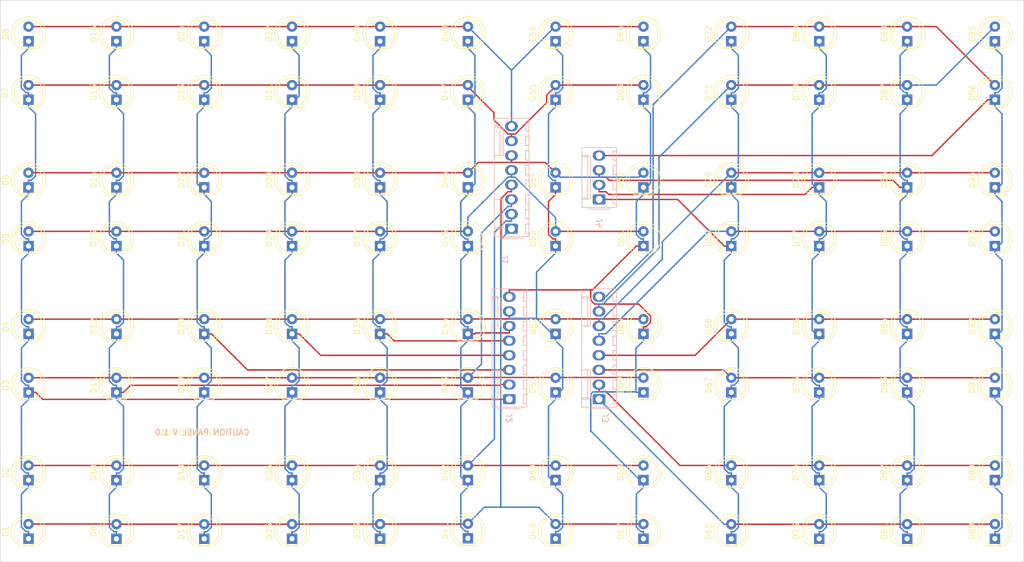
<source format=kicad_pcb>
(kicad_pcb (version 20211014) (generator pcbnew)
  (layers (0 "F.Cu" signal) (31 "B.Cu" signal) (34 "B.Paste" user) (35 "F.Paste" user) (36 "B.SilkS" user "B.Silkscreen") (37 "F.SilkS" user "F.Silkscreen") (38 "B.Mask" user) (39 "F.Mask" user) (44 "Edge.Cuts" user))
  (net 0 "")
  (net 1 "/DIG_A0")
  (net 2 "/SEG_A0")
  (net 3 "/DIG_A2")
  (net 4 "/DIG_A1")
  (net 5 "/DIG_A3")
  (net 6 "/DIG_A4")
  (net 7 "/DIG_A6")
  (net 8 "/DIG_A5")
  (net 9 "/DIG_A7")
  (net 10 "/DIG_B0")
  (net 11 "/SEG_A1")
  (net 12 "/DIG_B2")
  (net 13 "/DIG_B1")
  (net 14 "/DIG_B3")
  (net 15 "/SEG_B0")
  (net 16 "/SEG_B1")
  (net 17 "/SEG_C0")
  (net 18 "/SEG_C1")
  (net 19 "/SEG_D0")
  (net 20 "/SEG_D1")
  (net 21 "/SEG_E0")
  (net 22 "/SEG_E1")
  (net 23 "/SEG_F0")
  (net 24 "/SEG_F1")
  (net 25 "/SEG_G0")
  (net 26 "/SEG_G1")
  (net 27 "/SEG_DP0")
  (net 28 "/SEG_DP1")
  (footprint "LED_THT:LED_D5.0mm" (layer "F.Cu") (at 245 97.8936 90)
    (fp_text reference "D92")
    (fp_text value "LED")
  )
  (footprint "LED_THT:LED_D5.0mm" (layer "F.Cu") (at 214.5248 82.6505 90)
    (fp_text reference "D77")
    (fp_text value "LED")
  )
  (footprint "LED_THT:LED_D5.0mm" (layer "F.Cu") (at 138.3673 57.2593 90)
    (fp_text reference "D39")
    (fp_text value "LED")
  )
  (footprint "LED_THT:LED_D5.0mm" (layer "F.Cu") (at 184.0446 72.4757 90)
    (fp_text reference "D62")
    (fp_text value "LED")
  )
  (footprint "LED_THT:LED_D5.0mm" (layer "F.Cu") (at 184.0446 57.2593 90)
    (fp_text reference "D63")
    (fp_text value "LED")
  )
  (footprint "LED_THT:LED_D5.0mm" (layer "F.Cu") (at 245 57.2593 90)
    (fp_text reference "D96")
    (fp_text value "LED")
  )
  (footprint "LED_THT:LED_D5.0mm" (layer "F.Cu") (at 245 108.055 90)
    (fp_text reference "D91")
    (fp_text value "LED")
  )
  (footprint "LED_THT:LED_D5.0mm" (layer "F.Cu") (at 168.8059 57.2593 90)
    (fp_text reference "D55")
    (fp_text value "LED")
  )
  (footprint "LED_THT:LED_D5.0mm" (layer "F.Cu") (at 184.0446 97.8936 90)
    (fp_text reference "D60")
    (fp_text value "LED")
  )
  (footprint "LED_THT:LED_D5.0mm" (layer "F.Cu") (at 199.2814 82.6505 90)
    (fp_text reference "D69")
    (fp_text value "LED")
  )
  (footprint "LED_THT:LED_D5.0mm" (layer "F.Cu") (at 214.5248 133.465 90)
    (fp_text reference "D73")
    (fp_text value "LED")
  )
  (footprint "LED_THT:LED_D5.0mm" (layer "F.Cu") (at 138.3673 72.4757 90)
    (fp_text reference "D38")
    (fp_text value "LED")
  )
  (footprint "LED_THT:LED_D5.0mm" (layer "F.Cu") (at 107.8714 57.2593 90)
    (fp_text reference "D23")
    (fp_text value "LED")
  )
  (footprint "LED_THT:LED_D5.0mm" (layer "F.Cu") (at 107.8714 97.8936 90)
    (fp_text reference "D20")
    (fp_text value "LED")
  )
  (footprint "LED_THT:LED_D5.0mm" (layer "F.Cu") (at 77.4003 47.1013 90)
    (fp_text reference "D8")
    (fp_text value "LED")
  )
  (footprint "LED_THT:LED_D5.0mm" (layer "F.Cu") (at 92.6471 57.2593 90)
    (fp_text reference "D15")
    (fp_text value "LED")
  )
  (footprint "LED_THT:LED_D5.0mm" (layer "F.Cu") (at 77.3901 72.4757 90)
    (fp_text reference "D6")
    (fp_text value "LED")
  )
  (footprint "LED_THT:LED_D5.0mm" (layer "F.Cu") (at 138.3673 123.2898 90)
    (fp_text reference "D34")
    (fp_text value "LED")
  )
  (footprint "LED_THT:LED_D5.0mm" (layer "F.Cu") (at 184.0446 108.055 90)
    (fp_text reference "D59")
    (fp_text value "LED")
  )
  (footprint "LED_THT:LED_D5.0mm" (layer "F.Cu") (at 107.8714 133.4797 90)
    (fp_text reference "D17")
    (fp_text value "LED")
  )
  (footprint "LED_THT:LED_D5.0mm" (layer "F.Cu") (at 77.4133 108.055 90)
    (fp_text reference "D3")
    (fp_text value "LED")
  )
  (footprint "LED_THT:LED_D5.0mm" (layer "F.Cu") (at 92.6471 108.055 90)
    (fp_text reference "D11")
    (fp_text value "LED")
  )
  (footprint "LED_THT:LED_D5.0mm" (layer "F.Cu") (at 77.3916 123.2898 90)
    (fp_text reference "D2")
    (fp_text value "LED")
  )
  (footprint "LED_THT:LED_D5.0mm" (layer "F.Cu") (at 153.5964 57.2593 90)
    (fp_text reference "D47")
    (fp_text value "LED")
  )
  (footprint "LED_THT:LED_D5.0mm" (layer "F.Cu") (at 184.0446 123.2898 90)
    (fp_text reference "D58")
    (fp_text value "LED")
  )
  (footprint "LED_THT:LED_D5.0mm" (layer "F.Cu") (at 245 133.4621 90)
    (fp_text reference "D89")
    (fp_text value "LED")
  )
  (footprint "LED_THT:LED_D5.0mm" (layer "F.Cu") (at 123.1005 47.1013 90)
    (fp_text reference "D32")
    (fp_text value "LED")
  )
  (footprint "LED_THT:LED_D5.0mm" (layer "F.Cu") (at 138.3673 133.4562 90)
    (fp_text reference "D33")
    (fp_text value "LED")
  )
  (footprint "LED_THT:LED_D5.0mm" (layer "F.Cu") (at 153.5964 47.1013 90)
    (fp_text reference "D48")
    (fp_text value "LED")
  )
  (footprint "LED_THT:LED_D5.0mm" (layer "F.Cu") (at 153.5964 72.4757 90)
    (fp_text reference "D46")
    (fp_text value "LED")
  )
  (footprint "LED_THT:LED_D5.0mm" (layer "F.Cu") (at 229.7797 123.2898 90)
    (fp_text reference "D82")
    (fp_text value "LED")
  )
  (footprint "LED_THT:LED_D5.0mm" (layer "F.Cu") (at 245 47.1013 90)
    (fp_text reference "D95")
    (fp_text value "LED")
  )
  (footprint "LED_THT:LED_D5.0mm" (layer "F.Cu") (at 92.6471 82.6505 90)
    (fp_text reference "D13")
    (fp_text value "LED")
  )
  (footprint "LED_THT:LED_D5.0mm" (layer "F.Cu") (at 107.8714 108.055 90)
    (fp_text reference "D19")
    (fp_text value "LED")
  )
  (footprint "LED_THT:LED_D5.0mm" (layer "F.Cu") (at 199.2814 108.055 90)
    (fp_text reference "D67")
    (fp_text value "LED")
  )
  (footprint "LED_THT:LED_D5.0mm" (layer "F.Cu") (at 214.5248 72.4757 90)
    (fp_text reference "D78")
    (fp_text value "LED")
  )
  (footprint "LED_THT:LED_D5.0mm" (layer "F.Cu") (at 153.5964 97.8936 90)
    (fp_text reference "D44")
    (fp_text value "LED")
  )
  (footprint "LED_THT:LED_D5.0mm" (layer "F.Cu") (at 245 72.4757 90)
    (fp_text reference "D94")
    (fp_text value "LED")
  )
  (footprint "LED_THT:LED_D5.0mm" (layer "F.Cu") (at 214.5248 47.1013 90)
    (fp_text reference "D80")
    (fp_text value "LED")
  )
  (footprint "LED_THT:LED_D5.0mm" (layer "F.Cu") (at 229.7797 72.4757 90)
    (fp_text reference "D86")
    (fp_text value "LED")
  )
  (footprint "LED_THT:LED_D5.0mm" (layer "F.Cu") (at 92.6471 97.8936 90)
    (fp_text reference "D12")
    (fp_text value "LED")
  )
  (footprint "LED_THT:LED_D5.0mm" (layer "F.Cu") (at 138.3673 82.6505 90)
    (fp_text reference "D37")
    (fp_text value "LED")
  )
  (footprint "LED_THT:LED_D5.0mm" (layer "F.Cu") (at 214.5248 108.055 90)
    (fp_text reference "D75")
    (fp_text value "LED")
  )
  (footprint "LED_THT:LED_D5.0mm" (layer "F.Cu") (at 107.8714 82.6505 90)
    (fp_text reference "D21")
    (fp_text value "LED")
  )
  (footprint "LED_THT:LED_D5.0mm" (layer "F.Cu") (at 245 82.6505 90)
    (fp_text reference "D93")
    (fp_text value "LED")
  )
  (footprint "LED_THT:LED_D5.0mm" (layer "F.Cu") (at 107.8714 123.2898 90)
    (fp_text reference "D18")
    (fp_text value "LED")
  )
  (footprint "LED_THT:LED_D5.0mm" (layer "F.Cu") (at 153.5964 82.6505 90)
    (fp_text reference "D45")
    (fp_text value "LED")
  )
  (footprint "LED_THT:LED_D5.0mm" (layer "F.Cu") (at 153.5964 123.2898 90)
    (fp_text reference "D42")
    (fp_text value "LED")
  )
  (footprint "LED_THT:LED_D5.0mm" (layer "F.Cu") (at 184.0446 133.4594 90)
    (fp_text reference "D57")
    (fp_text value "LED")
  )
  (footprint "LED_THT:LED_D5.0mm" (layer "F.Cu") (at 107.8714 72.4757 90)
    (fp_text reference "D22")
    (fp_text value "LED")
  )
  (footprint "LED_THT:LED_D5.0mm" (layer "F.Cu") (at 153.5964 108.055 90)
    (fp_text reference "D43")
    (fp_text value "LED")
  )
  (footprint "LED_THT:LED_D5.0mm" (layer "F.Cu") (at 123.1005 108.055 90)
    (fp_text reference "D27")
    (fp_text value "LED")
  )
  (footprint "LED_THT:LED_D5.0mm" (layer "F.Cu") (at 229.7797 108.055 90)
    (fp_text reference "D83")
    (fp_text value "LED")
  )
  (footprint "LED_THT:LED_D5.0mm" (layer "F.Cu") (at 123.1005 97.8936 90)
    (fp_text reference "D28")
    (fp_text value "LED")
  )
  (footprint "LED_THT:LED_D5.0mm" (layer "F.Cu") (at 92.6471 123.2898 90)
    (fp_text reference "D10")
    (fp_text value "LED")
  )
  (footprint "LED_THT:LED_D5.0mm" (layer "F.Cu") (at 77.4097 82.6505 90)
    (fp_text reference "D5")
    (fp_text value "LED")
  )
  (footprint "LED_THT:LED_D5.0mm" (layer "F.Cu") (at 214.5248 57.2593 90)
    (fp_text reference "D79")
    (fp_text value "LED")
  )
  (footprint "LED_THT:LED_D5.0mm" (layer "F.Cu") (at 168.8059 47.1013 90)
    (fp_text reference "D56")
    (fp_text value "LED")
  )
  (footprint "LED_THT:LED_D5.0mm" (layer "F.Cu") (at 138.3673 47.1013 90)
    (fp_text reference "D40")
    (fp_text value "LED")
  )
  (footprint "LED_THT:LED_D5.0mm" (layer "F.Cu") (at 138.3673 97.8936 90)
    (fp_text reference "D36")
    (fp_text value "LED")
  )
  (footprint "LED_THT:LED_D5.0mm" (layer "F.Cu") (at 123.1005 133.4667 90)
    (fp_text reference "D25")
    (fp_text value "LED")
  )
  (footprint "LED_THT:LED_D5.0mm" (layer "F.Cu") (at 229.7797 57.2593 90)
    (fp_text reference "D87")
    (fp_text value "LED")
  )
  (footprint "LED_THT:LED_D5.0mm" (layer "F.Cu") (at 168.8059 82.6505 90)
    (fp_text reference "D53")
    (fp_text value "LED")
  )
  (footprint "LED_THT:LED_D5.0mm" (layer "F.Cu") (at 168.8059 133.4509 90)
    (fp_text reference "D49")
    (fp_text value "LED")
  )
  (footprint "LED_THT:LED_D5.0mm" (layer "F.Cu") (at 92.6471 72.4757 90)
    (fp_text reference "D14")
    (fp_text value "LED")
  )
  (footprint "LED_THT:LED_D5.0mm" (layer "F.Cu") (at 92.6471 133.4822 90)
    (fp_text reference "D9")
    (fp_text value "LED")
  )
  (footprint "LED_THT:LED_D5.0mm" (layer "F.Cu") (at 168.8059 97.8936 90)
    (fp_text reference "D52")
    (fp_text value "LED")
  )
  (footprint "LED_THT:LED_D5.0mm" (layer "F.Cu") (at 77.4063 97.8936 90)
    (fp_text reference "D4")
    (fp_text value "LED")
  )
  (footprint "LED_THT:LED_D5.0mm" (layer "F.Cu") (at 199.2814 123.2898 90)
    (fp_text reference "D66")
    (fp_text value "LED")
  )
  (footprint "LED_THT:LED_D5.0mm" (layer "F.Cu") (at 229.7797 82.6505 90)
    (fp_text reference "D85")
    (fp_text value "LED")
  )
  (footprint "LED_THT:LED_D5.0mm" (layer "F.Cu") (at 123.1005 123.2898 90)
    (fp_text reference "D26")
    (fp_text value "LED")
  )
  (footprint "LED_THT:LED_D5.0mm" (layer "F.Cu") (at 229.7797 133.47 90)
    (fp_text reference "D81")
    (fp_text value "LED")
  )
  (footprint "LED_THT:LED_D5.0mm" (layer "F.Cu") (at 123.1005 72.4757 90)
    (fp_text reference "D30")
    (fp_text value "LED")
  )
  (footprint "LED_THT:LED_D5.0mm" (layer "F.Cu") (at 77.3949 57.2593 90)
    (fp_text reference "D7")
    (fp_text value "LED")
  )
  (footprint "LED_THT:LED_D5.0mm" (layer "F.Cu") (at 92.6471 47.1013 90)
    (fp_text reference "D16")
    (fp_text value "LED")
  )
  (footprint "LED_THT:LED_D5.0mm" (layer "F.Cu") (at 123.1005 82.6505 90)
    (fp_text reference "D29")
    (fp_text value "LED")
  )
  (footprint "LED_THT:LED_D5.0mm" (layer "F.Cu") (at 229.7797 97.8936 90)
    (fp_text reference "D84")
    (fp_text value "LED")
  )
  (footprint "LED_THT:LED_D5.0mm" (layer "F.Cu") (at 184.0446 47.1013 90)
    (fp_text reference "D64")
    (fp_text value "LED")
  )
  (footprint "LED_THT:LED_D5.0mm" (layer "F.Cu") (at 199.2814 72.4757 90)
    (fp_text reference "D70")
    (fp_text value "LED")
  )
  (footprint "LED_THT:LED_D5.0mm" (layer "F.Cu") (at 168.8059 72.4757 90)
    (fp_text reference "D54")
    (fp_text value "LED")
  )
  (footprint "LED_THT:LED_D5.0mm" (layer "F.Cu") (at 199.2814 47.1013 90)
    (fp_text reference "D72")
    (fp_text value "LED")
  )
  (footprint "LED_THT:LED_D5.0mm" (layer "F.Cu") (at 168.8059 123.2898 90)
    (fp_text reference "D50")
    (fp_text value "LED")
  )
  (footprint "LED_THT:LED_D5.0mm" (layer "F.Cu") (at 245 123.2898 90)
    (fp_text reference "D90")
    (fp_text value "LED")
  )
  (footprint "LED_THT:LED_D5.0mm" (layer "F.Cu") (at 153.5964 133.3924 90)
    (fp_text reference "D41")
    (fp_text value "LED")
  )
  (footprint "LED_THT:LED_D5.0mm" (layer "F.Cu") (at 199.2814 57.2593 90)
    (fp_text reference "D71")
    (fp_text value "LED")
  )
  (footprint "LED_THT:LED_D5.0mm" (layer "F.Cu") (at 77.3973 133.4468 90)
    (fp_text reference "D1")
    (fp_text value "LED")
  )
  (footprint "LED_THT:LED_D5.0mm" (layer "F.Cu") (at 214.5248 97.8936 90)
    (fp_text reference "D76")
    (fp_text value "LED")
  )
  (footprint "LED_THT:LED_D5.0mm" (layer "F.Cu") (at 184.0446 82.6505 90)
    (fp_text reference "D61")
    (fp_text value "LED")
  )
  (footprint "LED_THT:LED_D5.0mm" (layer "F.Cu") (at 107.8714 47.1013 90)
    (fp_text reference "D24")
    (fp_text value "LED")
  )
  (footprint "LED_THT:LED_D5.0mm" (layer "F.Cu") (at 214.5248 123.2898 90)
    (fp_text reference "D74")
    (fp_text value "LED")
  )
  (footprint "LED_THT:LED_D5.0mm" (layer "F.Cu") (at 229.7797 47.1013 90)
    (fp_text reference "D88")
    (fp_text value "LED")
  )
  (footprint "LED_THT:LED_D5.0mm" (layer "F.Cu") (at 199.2814 97.8936 90)
    (fp_text reference "D68")
    (fp_text value "LED")
  )
  (footprint "LED_THT:LED_D5.0mm" (layer "F.Cu") (at 123.1005 57.2593 90)
    (fp_text reference "D31")
    (fp_text value "LED")
  )
  (footprint "LED_THT:LED_D5.0mm" (layer "F.Cu") (at 168.8059 108.055 90)
    (fp_text reference "D51")
    (fp_text value "LED")
  )
  (footprint "LED_THT:LED_D5.0mm" (layer "F.Cu") (at 138.3673 108.055 90)
    (fp_text reference "D35")
    (fp_text value "LED")
  )
  (footprint "LED_THT:LED_D5.0mm" (layer "F.Cu") (at 199.2814 133.491 90)
    (fp_text reference "D65")
    (fp_text value "LED")
  )
  (footprint "Connector_Molex:Molex_KK-254_AE-6410-08A_1x08_P2.54mm_Vertical" (layer "B.Cu") (at 160.7743 109.2476 90)
    (fp_text reference "J2")
    (fp_text value "CAUTION_UPPER_DIGIT")
  )
  (footprint "Connector_Molex:Molex_KK-254_AE-6410-08A_1x08_P2.54mm_Vertical" (layer "B.Cu") (at 161.1625 79.6526 90)
    (fp_text reference "J1")
    (fp_text value "CAUTION_UPPER_SEG")
  )
  (footprint "Connector_Molex:Molex_KK-254_AE-6410-08A_1x08_P2.54mm_Vertical" (layer "B.Cu") (at 176.3318 109.2476 90)
    (fp_text reference "J3")
    (fp_text value "CAUTION_LOWER_SEG")
  )
  (footprint "Connector_Molex:Molex_KK-254_AE-6410-04A_1x04_P2.54mm_Vertical" (layer "B.Cu") (at 176.3518 74.5726 90)
    (fp_text reference "J4")
    (fp_text value "CAUTION_LOW_DIGITS")
  )
  (gr_rect (start 72.5 40) (end 250 137.5) (layer "Edge.Cuts") (width 0.1) (fill none))
  (gr_text "CAUTION PANEL V 1.0" (at 107.5 115) (layer "B.SilkS") (effects (font (size 1 1)) (justify mirror)))
  (gr_text "CAUTION PANEL V 1.0" (at 107.5 115) (layer "F.SilkS") (effects (font (size 1 1))))
  (segment (start 160.7415 109.2804) (end 160.7743 109.2476) (width 0.25) (layer "F.Cu") (net 1))
  (segment (start 79.864 109.2804) (end 160.7415 109.2804) (width 0.25) (layer "F.Cu") (net 1))
  (segment (start 78.6386 108.055) (end 79.864 109.2804) (width 0.25) (layer "F.Cu") (net 1))
  (segment (start 77.4133 108.055) (end 78.6386 108.055) (width 0.25) (layer "F.Cu") (net 1))
  (segment (start 77.4133 109.2803) (end 76.1663 110.5273) (width 0.25) (layer "B.Cu") (net 1))
  (segment (start 77.3901 71.2504) (end 77.8496 71.2504) (width 0.25) (layer "B.Cu") (net 1))
  (segment (start 77.4063 96.6683) (end 76.9468 96.6683) (width 0.25) (layer "B.Cu") (net 1))
  (segment (start 76.1648 80.6398) (end 76.1648 74.9263) (width 0.25) (layer "B.Cu") (net 1))
  (segment (start 77.3949 57.2593) (end 77.3949 56.034) (width 0.25) (layer "B.Cu") (net 1))
  (segment (start 77.3916 123.2898) (end 77.3916 122.0645) (width 0.25) (layer "B.Cu") (net 1))
  (segment (start 77.4133 108.055) (end 77.4133 109.2803) (width 0.25) (layer "B.Cu") (net 1))
  (segment (start 77.3973 132.2215) (end 76.9378 132.2215) (width 0.25) (layer "B.Cu") (net 1))
  (segment (start 76.9468 96.6683) (end 76.1765 95.898) (width 0.25) (layer "B.Cu") (net 1))
  (segment (start 76.1765 85.109) (end 77.4097 83.8758) (width 0.25) (layer "B.Cu") (net 1))
  (segment (start 77.4133 106.8297) (end 76.9538 106.8297) (width 0.25) (layer "B.Cu") (net 1))
  (segment (start 77.3901 73.0883) (end 77.3901 73.701) (width 0.25) (layer "B.Cu") (net 1))
  (segment (start 76.1578 55.2564) (end 76.1578 49.5691) (width 0.25) (layer "B.Cu") (net 1))
  (segment (start 77.3949 56.034) (end 76.9354 56.034) (width 0.25) (layer "B.Cu") (net 1))
  (segment (start 77.4003 47.1013) (end 77.4003 48.3266) (width 0.25) (layer "B.Cu") (net 1))
  (segment (start 76.181 100.3442) (end 77.4063 99.1189) (width 0.25) (layer "B.Cu") (net 1))
  (segment (start 76.181 106.0569) (end 76.181 100.3442) (width 0.25) (layer "B.Cu") (net 1))
  (segment (start 76.9378 132.2215) (end 76.1663 131.45) (width 0.25) (layer "B.Cu") (net 1))
  (segment (start 77.4097 81.4252) (end 76.9502 81.4252) (width 0.25) (layer "B.Cu") (net 1))
  (segment (start 77.4097 82.6505) (end 77.4097 81.4252) (width 0.25) (layer "B.Cu") (net 1))
  (segment (start 77.3916 123.2898) (end 77.3916 124.5151) (width 0.25) (layer "B.Cu") (net 1))
  (segment (start 77.3973 133.4468) (end 77.3973 132.2215) (width 0.25) (layer "B.Cu") (net 1))
  (segment (start 77.3901 73.0883) (end 77.3901 72.4757) (width 0.25) (layer "B.Cu") (net 1))
  (segment (start 78.6202 59.7099) (end 77.3949 58.4846) (width 0.25) (layer "B.Cu") (net 1))
  (segment (start 76.1765 95.898) (end 76.1765 85.109) (width 0.25) (layer "B.Cu") (net 1))
  (segment (start 76.1578 49.5691) (end 77.4003 48.3266) (width 0.25) (layer "B.Cu") (net 1))
  (segment (start 77.4133 107.4921) (end 77.4133 106.8297) (width 0.25) (layer "B.Cu") (net 1))
  (segment (start 78.6202 70.4798) (end 78.6202 59.7099) (width 0.25) (layer "B.Cu") (net 1))
  (segment (start 76.9538 106.8297) (end 76.181 106.0569) (width 0.25) (layer "B.Cu") (net 1))
  (segment (start 77.3949 57.2593) (end 77.3949 58.4846) (width 0.25) (layer "B.Cu") (net 1))
  (segment (start 77.4063 97.8936) (end 77.4063 99.1189) (width 0.25) (layer "B.Cu") (net 1))
  (segment (start 76.9354 56.034) (end 76.1578 55.2564) (width 0.25) (layer "B.Cu") (net 1))
  (segment (start 76.1663 110.5273) (end 76.1663 121.2988) (width 0.25) (layer "B.Cu") (net 1))
  (segment (start 76.1663 125.7404) (end 77.3916 124.5151) (width 0.25) (layer "B.Cu") (net 1))
  (segment (start 77.4097 82.6505) (end 77.4097 83.8758) (width 0.25) (layer "B.Cu") (net 1))
  (segment (start 76.1663 121.2988) (end 76.932 122.0645) (width 0.25) (layer "B.Cu") (net 1))
  (segment (start 77.8496 71.2504) (end 78.6202 70.4798) (width 0.25) (layer "B.Cu") (net 1))
  (segment (start 77.3901 72.4757) (end 77.3901 71.2504) (width 0.25) (layer "B.Cu") (net 1))
  (segment (start 76.1663 131.45) (end 76.1663 125.7404) (width 0.25) (layer "B.Cu") (net 1))
  (segment (start 77.4133 107.4921) (end 77.4133 108.055) (width 0.25) (layer "B.Cu") (net 1))
  (segment (start 77.4063 97.8936) (end 77.4063 96.6683) (width 0.25) (layer "B.Cu") (net 1))
  (segment (start 76.1648 74.9263) (end 77.3901 73.701) (width 0.25) (layer "B.Cu") (net 1))
  (segment (start 76.9502 81.4252) (end 76.1648 80.6398) (width 0.25) (layer "B.Cu") (net 1))
  (segment (start 76.932 122.0645) (end 77.3916 122.0645) (width 0.25) (layer "B.Cu") (net 1))
  (segment (start 92.6496 130.9397) (end 107.8714 130.9397) (width 0.25) (layer "F.Cu") (net 2))
  (segment (start 123.0875 130.9397) (end 123.1005 130.9267) (width 0.25) (layer "F.Cu") (net 2))
  (segment (start 138.3673 130.9162) (end 153.5326 130.9162) (width 0.25) (layer "F.Cu") (net 2))
  (segment (start 138.3568 130.9267) (end 138.3673 130.9162) (width 0.25) (layer "F.Cu") (net 2))
  (segment (start 77.3973 130.9068) (end 92.6117 130.9068) (width 0.25) (layer "F.Cu") (net 2))
  (segment (start 123.1005 130.9267) (end 138.3568 130.9267) (width 0.25) (layer "F.Cu") (net 2))
  (segment (start 184.0361 130.9109) (end 184.0446 130.9194) (width 0.25) (layer "F.Cu") (net 2))
  (segment (start 153.5326 130.9162) (end 153.5964 130.8524) (width 0.25) (layer "F.Cu") (net 2))
  (segment (start 168.8059 130.9109) (end 184.0361 130.9109) (width 0.25) (layer "F.Cu") (net 2))
  (segment (start 107.8714 130.9397) (end 123.0875 130.9397) (width 0.25) (layer "F.Cu") (net 2))
  (segment (start 92.6117 130.9068) (end 92.6471 130.9422) (width 0.25) (layer "F.Cu") (net 2))
  (segment (start 92.6471 130.9422) (end 92.6496 130.9397) (width 0.25) (layer "F.Cu") (net 2))
  (segment (start 165.8821 127.9871) (end 168.8059 130.9109) (width 0.25) (layer "B.Cu") (net 2))
  (segment (start 153.5964 130.8524) (end 156.4617 127.9871) (width 0.25) (layer "B.Cu") (net 2))
  (segment (start 156.4617 127.9871) (end 159.295 127.9871) (width 0.25) (layer "B.Cu") (net 2))
  (segment (start 159.295 127.9871) (end 159.295 81.5201) (width 0.25) (layer "B.Cu") (net 2))
  (segment (start 159.295 81.5201) (end 161.1625 79.6526) (width 0.25) (layer "B.Cu") (net 2))
  (segment (start 159.295 127.9871) (end 165.8821 127.9871) (width 0.25) (layer "B.Cu") (net 2))
  (segment (start 107.8714 97.8936) (end 109.0967 97.8936) (width 0.25) (layer "F.Cu") (net 3))
  (segment (start 109.0967 97.8936) (end 115.3707 104.1676) (width 0.25) (layer "F.Cu") (net 3))
  (segment (start 115.3707 104.1676) (end 160.7743 104.1676) (width 0.25) (layer "F.Cu") (net 3))
  (segment (start 107.8714 81.4252) (end 108.3309 81.4252) (width 0.25) (layer "B.Cu") (net 3))
  (segment (start 107.8714 97.8936) (end 107.8714 96.6683) (width 0.25) (layer "B.Cu") (net 3))
  (segment (start 107.8714 108.055) (end 107.8714 106.8297) (width 0.25) (layer "B.Cu") (net 3))
  (segment (start 106.6461 95.9025) (end 106.6461 85.1011) (width 0.25) (layer "B.Cu") (net 3))
  (segment (start 107.8714 123.2898) (end 107.8714 122.0645) (width 0.25) (layer "B.Cu") (net 3))
  (segment (start 108.3309 56.034) (end 109.0967 55.2682) (width 0.25) (layer "B.Cu") (net 3))
  (segment (start 106.6461 71.863) (end 106.6461 59.7099) (width 0.25) (layer "B.Cu") (net 3))
  (segment (start 107.8714 47.1013) (end 107.8714 48.3266) (width 0.25) (layer "B.Cu") (net 3))
  (segment (start 107.8714 123.2898) (end 107.8714 124.5151) (width 0.25) (layer "B.Cu") (net 3))
  (segment (start 107.8714 132.2544) (end 108.3309 132.2544) (width 0.25) (layer "B.Cu") (net 3))
  (segment (start 108.331 106.8297) (end 109.0967 106.064) (width 0.25) (layer "B.Cu") (net 3))
  (segment (start 107.8714 108.6676) (end 107.8714 108.055) (width 0.25) (layer "B.Cu") (net 3))
  (segment (start 107.8714 98.5062) (end 107.8714 99.1189) (width 0.25) (layer "B.Cu") (net 3))
  (segment (start 109.0967 100.3442) (end 107.8714 99.1189) (width 0.25) (layer "B.Cu") (net 3))
  (segment (start 107.8714 82.6505) (end 107.8714 81.4252) (width 0.25) (layer "B.Cu") (net 3))
  (segment (start 106.6461 110.5056) (end 107.8714 109.2803) (width 0.25) (layer "B.Cu") (net 3))
  (segment (start 106.6461 59.7099) (end 107.8714 58.4846) (width 0.25) (layer "B.Cu") (net 3))
  (segment (start 107.8714 73.0883) (end 106.6461 71.863) (width 0.25) (layer "B.Cu") (net 3))
  (segment (start 107.8714 57.2593) (end 107.8714 58.4846) (width 0.25) (layer "B.Cu") (net 3))
  (segment (start 109.0967 55.2682) (end 109.0967 49.5519) (width 0.25) (layer "B.Cu") (net 3))
  (segment (start 107.8714 133.4797) (end 107.8714 132.2544) (width 0.25) (layer "B.Cu") (net 3))
  (segment (start 107.8714 108.6676) (end 107.8714 109.2803) (width 0.25) (layer "B.Cu") (net 3))
  (segment (start 107.8714 73.0883) (end 107.8714 73.701) (width 0.25) (layer "B.Cu") (net 3))
  (segment (start 107.8714 106.8297) (end 108.331 106.8297) (width 0.25) (layer "B.Cu") (net 3))
  (segment (start 107.8714 56.034) (end 108.3309 56.034) (width 0.25) (layer "B.Cu") (net 3))
  (segment (start 106.6461 85.1011) (end 107.8714 83.8758) (width 0.25) (layer "B.Cu") (net 3))
  (segment (start 106.6461 121.2987) (end 106.6461 110.5056) (width 0.25) (layer "B.Cu") (net 3))
  (segment (start 107.8714 96.6683) (end 107.4119 96.6683) (width 0.25) (layer "B.Cu") (net 3))
  (segment (start 109.0967 49.5519) (end 107.8714 48.3266) (width 0.25) (layer "B.Cu") (net 3))
  (segment (start 109.0967 80.6594) (end 109.0967 74.9263) (width 0.25) (layer "B.Cu") (net 3))
  (segment (start 107.8714 98.5062) (end 107.8714 97.8936) (width 0.25) (layer "B.Cu") (net 3))
  (segment (start 109.0967 125.7404) (end 107.8714 124.5151) (width 0.25) (layer "B.Cu") (net 3))
  (segment (start 109.0967 74.9263) (end 107.8714 73.701) (width 0.25) (layer "B.Cu") (net 3))
  (segment (start 108.3309 132.2544) (end 109.0967 131.4886) (width 0.25) (layer "B.Cu") (net 3))
  (segment (start 107.4119 96.6683) (end 106.6461 95.9025) (width 0.25) (layer "B.Cu") (net 3))
  (segment (start 107.8714 82.6505) (end 107.8714 83.8758) (width 0.25) (layer "B.Cu") (net 3))
  (segment (start 109.0967 131.4886) (end 109.0967 125.7404) (width 0.25) (layer "B.Cu") (net 3))
  (segment (start 107.8714 122.0645) (end 107.4119 122.0645) (width 0.25) (layer "B.Cu") (net 3))
  (segment (start 107.8714 72.4757) (end 107.8714 73.0883) (width 0.25) (layer "B.Cu") (net 3))
  (segment (start 109.0967 106.064) (end 109.0967 100.3442) (width 0.25) (layer "B.Cu") (net 3))
  (segment (start 107.8714 57.2593) (end 107.8714 56.034) (width 0.25) (layer "B.Cu") (net 3))
  (segment (start 108.3309 81.4252) (end 109.0967 80.6594) (width 0.25) (layer "B.Cu") (net 3))
  (segment (start 107.4119 122.0645) (end 106.6461 121.2987) (width 0.25) (layer "B.Cu") (net 3))
  (segment (start 159.2319 106.8297) (end 159.354 106.7076) (width 0.25) (layer "F.Cu") (net 4))
  (segment (start 93.8724 108.055) (end 95.0977 106.8297) (width 0.25) (layer "F.Cu") (net 4))
  (segment (start 160.7743 106.7076) (end 159.354 106.7076) (width 0.25) (layer "F.Cu") (net 4))
  (segment (start 95.0977 106.8297) (end 159.2319 106.8297) (width 0.25) (layer "F.Cu") (net 4))
  (segment (start 92.6471 108.055) (end 93.8724 108.055) (width 0.25) (layer "F.Cu") (net 4))
  (segment (start 92.6471 56.6964) (end 92.6471 57.2593) (width 0.25) (layer "B.Cu") (net 4))
  (segment (start 93.1067 71.2504) (end 92.6471 71.2504) (width 0.25) (layer "B.Cu") (net 4))
  (segment (start 92.6471 123.2898) (end 92.6471 124.5151) (width 0.25) (layer "B.Cu") (net 4))
  (segment (start 91.4218 125.7404) (end 91.4218 131.4912) (width 0.25) (layer "B.Cu") (net 4))
  (segment (start 92.6471 72.4757) (end 92.6471 71.2504) (width 0.25) (layer "B.Cu") (net 4))
  (segment (start 92.6471 106.8297) (end 92.1876 106.8297) (width 0.25) (layer "B.Cu") (net 4))
  (segment (start 91.4218 131.4912) (end 92.1875 132.2569) (width 0.25) (layer "B.Cu") (net 4))
  (segment (start 92.6471 107.4922) (end 92.6471 106.8297) (width 0.25) (layer "B.Cu") (net 4))
  (segment (start 91.4218 55.2682) (end 91.4218 49.5519) (width 0.25) (layer "B.Cu") (net 4))
  (segment (start 92.1876 56.034) (end 91.4218 55.2682) (width 0.25) (layer "B.Cu") (net 4))
  (segment (start 92.6471 107.4922) (end 92.6471 108.055) (width 0.25) (layer "B.Cu") (net 4))
  (segment (start 92.6471 72.4757) (end 92.6471 73.701) (width 0.25) (layer "B.Cu") (net 4))
  (segment (start 91.4218 106.0639) (end 91.4218 100.3442) (width 0.25) (layer "B.Cu") (net 4))
  (segment (start 91.4218 74.9263) (end 91.4218 80.6595) (width 0.25) (layer "B.Cu") (net 4))
  (segment (start 92.6471 109.2803) (end 93.8724 110.5056) (width 0.25) (layer "B.Cu") (net 4))
  (segment (start 92.1875 81.4252) (end 92.6471 81.4252) (width 0.25) (layer "B.Cu") (net 4))
  (segment (start 92.1875 132.2569) (end 92.6471 132.2569) (width 0.25) (layer "B.Cu") (net 4))
  (segment (start 92.6471 58.4846) (end 93.8724 59.7099) (width 0.25) (layer "B.Cu") (net 4))
  (segment (start 93.8724 95.9025) (end 93.8724 85.1011) (width 0.25) (layer "B.Cu") (net 4))
  (segment (start 92.6471 123.2898) (end 92.6471 122.0645) (width 0.25) (layer "B.Cu") (net 4))
  (segment (start 91.4218 49.5519) (end 92.6471 48.3266) (width 0.25) (layer "B.Cu") (net 4))
  (segment (start 92.1876 106.8297) (end 91.4218 106.0639) (width 0.25) (layer "B.Cu") (net 4))
  (segment (start 92.6471 82.6505) (end 92.6471 83.8758) (width 0.25) (layer "B.Cu") (net 4))
  (segment (start 92.6471 98.5062) (end 92.6471 97.8936) (width 0.25) (layer "B.Cu") (net 4))
  (segment (start 91.4218 100.3442) (end 92.6471 99.1189) (width 0.25) (layer "B.Cu") (net 4))
  (segment (start 92.6471 56.034) (end 92.1876 56.034) (width 0.25) (layer "B.Cu") (net 4))
  (segment (start 92.6471 96.6683) (end 93.1066 96.6683) (width 0.25) (layer "B.Cu") (net 4))
  (segment (start 93.1066 96.6683) (end 93.8724 95.9025) (width 0.25) (layer "B.Cu") (net 4))
  (segment (start 92.6471 124.5151) (end 91.4218 125.7404) (width 0.25) (layer "B.Cu") (net 4))
  (segment (start 93.8724 110.5056) (end 93.8724 121.2988) (width 0.25) (layer "B.Cu") (net 4))
  (segment (start 93.8724 121.2988) (end 93.1067 122.0645) (width 0.25) (layer "B.Cu") (net 4))
  (segment (start 92.6471 57.2593) (end 92.6471 58.4846) (width 0.25) (layer "B.Cu") (net 4))
  (segment (start 92.6471 108.055) (end 92.6471 109.2803) (width 0.25) (layer "B.Cu") (net 4))
  (segment (start 93.1067 122.0645) (end 92.6471 122.0645) (width 0.25) (layer "B.Cu") (net 4))
  (segment (start 92.6471 98.5062) (end 92.6471 99.1189) (width 0.25) (layer "B.Cu") (net 4))
  (segment (start 92.6471 73.701) (end 91.4218 74.9263) (width 0.25) (layer "B.Cu") (net 4))
  (segment (start 92.6471 97.8936) (end 92.6471 96.6683) (width 0.25) (layer "B.Cu") (net 4))
  (segment (start 91.4218 80.6595) (end 92.1875 81.4252) (width 0.25) (layer "B.Cu") (net 4))
  (segment (start 92.6471 133.4822) (end 92.6471 132.2569) (width 0.25) (layer "B.Cu") (net 4))
  (segment (start 93.8724 70.4847) (end 93.1067 71.2504) (width 0.25) (layer "B.Cu") (net 4))
  (segment (start 92.6471 82.6505) (end 92.6471 81.4252) (width 0.25) (layer "B.Cu") (net 4))
  (segment (start 92.6471 47.1013) (end 92.6471 48.3266) (width 0.25) (layer "B.Cu") (net 4))
  (segment (start 92.6471 56.6964) (end 92.6471 56.034) (width 0.25) (layer "B.Cu") (net 4))
  (segment (start 93.8724 59.7099) (end 93.8724 70.4847) (width 0.25) (layer "B.Cu") (net 4))
  (segment (start 93.8724 85.1011) (end 92.6471 83.8758) (width 0.25) (layer "B.Cu") (net 4))
  (segment (start 124.3258 97.8936) (end 128.0598 101.6276) (width 0.25) (layer "F.Cu") (net 5))
  (segment (start 123.1005 97.8936) (end 124.3258 97.8936) (width 0.25) (layer "F.Cu") (net 5))
  (segment (start 128.0598 101.6276) (end 160.7743 101.6276) (width 0.25) (layer "F.Cu") (net 5))
  (segment (start 121.8752 110.5056) (end 123.1005 109.2803) (width 0.25) (layer "B.Cu") (net 5))
  (segment (start 123.1005 132.2414) (end 123.56 132.2414) (width 0.25) (layer "B.Cu") (net 5))
  (segment (start 123.1005 82.6505) (end 123.1005 81.4252) (width 0.25) (layer "B.Cu") (net 5))
  (segment (start 123.1005 57.2593) (end 123.1005 57.8719) (width 0.25) (layer "B.Cu") (net 5))
  (segment (start 123.1005 123.2898) (end 123.1005 122.0645) (width 0.25) (layer "B.Cu") (net 5))
  (segment (start 122.641 71.2504) (end 121.8752 70.4846) (width 0.25) (layer "B.Cu") (net 5))
  (segment (start 123.1005 96.6683) (end 122.6409 96.6683) (width 0.25) (layer "B.Cu") (net 5))
  (segment (start 123.1005 81.4252) (end 122.641 81.4252) (width 0.25) (layer "B.Cu") (net 5))
  (segment (start 121.8752 74.9263) (end 123.1005 73.701) (width 0.25) (layer "B.Cu") (net 5))
  (segment (start 123.1005 106.8297) (end 123.5601 106.8297) (width 0.25) (layer "B.Cu") (net 5))
  (segment (start 124.3258 131.4756) (end 124.3258 125.7404) (width 0.25) (layer "B.Cu") (net 5))
  (segment (start 121.8752 80.6594) (end 121.8752 74.9263) (width 0.25) (layer "B.Cu") (net 5))
  (segment (start 123.5601 106.8297) (end 124.3258 106.064) (width 0.25) (layer "B.Cu") (net 5))
  (segment (start 123.1005 97.8936) (end 123.1005 96.6683) (width 0.25) (layer "B.Cu") (net 5))
  (segment (start 121.8752 70.4846) (end 121.8752 59.7099) (width 0.25) (layer "B.Cu") (net 5))
  (segment (start 123.1005 72.4757) (end 123.1005 71.2504) (width 0.25) (layer "B.Cu") (net 5))
  (segment (start 123.56 132.2414) (end 124.3258 131.4756) (width 0.25) (layer "B.Cu") (net 5))
  (segment (start 123.1005 123.9024) (end 123.1005 124.5151) (width 0.25) (layer "B.Cu") (net 5))
  (segment (start 123.1005 133.4667) (end 123.1005 132.2414) (width 0.25) (layer "B.Cu") (net 5))
  (segment (start 123.1005 83.2631) (end 123.1005 83.8758) (width 0.25) (layer "B.Cu") (net 5))
  (segment (start 124.3258 56.6466) (end 124.3258 49.5519) (width 0.25) (layer "B.Cu") (net 5))
  (segment (start 121.8752 95.9026) (end 121.8752 85.1011) (width 0.25) (layer "B.Cu") (net 5))
  (segment (start 124.3258 100.3442) (end 123.1005 99.1189) (width 0.25) (layer "B.Cu") (net 5))
  (segment (start 123.1005 72.4757) (end 123.1005 73.701) (width 0.25) (layer "B.Cu") (net 5))
  (segment (start 123.1005 123.9024) (end 123.1005 123.2898) (width 0.25) (layer "B.Cu") (net 5))
  (segment (start 123.1005 98.5062) (end 123.1005 99.1189) (width 0.25) (layer "B.Cu") (net 5))
  (segment (start 122.6409 96.6683) (end 121.8752 95.9026) (width 0.25) (layer "B.Cu") (net 5))
  (segment (start 124.3258 106.064) (end 124.3258 100.3442) (width 0.25) (layer "B.Cu") (net 5))
  (segment (start 121.8752 121.2987) (end 121.8752 110.5056) (width 0.25) (layer "B.Cu") (net 5))
  (segment (start 122.641 122.0645) (end 121.8752 121.2987) (width 0.25) (layer "B.Cu") (net 5))
  (segment (start 123.1005 108.055) (end 123.1005 109.2803) (width 0.25) (layer "B.Cu") (net 5))
  (segment (start 122.641 81.4252) (end 121.8752 80.6594) (width 0.25) (layer "B.Cu") (net 5))
  (segment (start 121.8752 85.1011) (end 123.1005 83.8758) (width 0.25) (layer "B.Cu") (net 5))
  (segment (start 123.1005 108.055) (end 123.1005 106.8297) (width 0.25) (layer "B.Cu") (net 5))
  (segment (start 124.3258 49.5519) (end 123.1005 48.3266) (width 0.25) (layer "B.Cu") (net 5))
  (segment (start 121.8752 59.7099) (end 123.1005 58.4846) (width 0.25) (layer "B.Cu") (net 5))
  (segment (start 123.1005 57.8719) (end 123.1005 58.4846) (width 0.25) (layer "B.Cu") (net 5))
  (segment (start 123.1005 57.8719) (end 124.3258 56.6466) (width 0.25) (layer "B.Cu") (net 5))
  (segment (start 123.1005 98.5062) (end 123.1005 97.8936) (width 0.25) (layer "B.Cu") (net 5))
  (segment (start 123.1005 83.2631) (end 123.1005 82.6505) (width 0.25) (layer "B.Cu") (net 5))
  (segment (start 123.1005 47.1013) (end 123.1005 48.3266) (width 0.25) (layer "B.Cu") (net 5))
  (segment (start 123.1005 71.2504) (end 122.641 71.2504) (width 0.25) (layer "B.Cu") (net 5))
  (segment (start 123.1005 122.0645) (end 122.641 122.0645) (width 0.25) (layer "B.Cu") (net 5))
  (segment (start 124.3258 125.7404) (end 123.1005 124.5151) (width 0.25) (layer "B.Cu") (net 5))
  (segment (start 160.7743 99.0876) (end 159.354 99.0876) (width 0.25) (layer "F.Cu") (net 6))
  (segment (start 159.3226 99.119) (end 159.354 99.0876) (width 0.25) (layer "F.Cu") (net 6))
  (segment (start 138.3673 97.8936) (end 139.5926 97.8936) (width 0.25) (layer "F.Cu") (net 6))
  (segment (start 140.818 99.119) (end 159.3226 99.119) (width 0.25) (layer "F.Cu") (net 6))
  (segment (start 139.5926 97.8936) (end 140.818 99.119) (width 0.25) (layer "F.Cu") (net 6))
  (segment (start 138.3673 71.2504) (end 137.9078 71.2504) (width 0.25) (layer "B.Cu") (net 6))
  (segment (start 138.3673 106.8297) (end 138.8269 106.8297) (width 0.25) (layer "B.Cu") (net 6))
  (segment (start 139.5926 74.9263) (end 138.3673 73.701) (width 0.25) (layer "B.Cu") (net 6))
  (segment (start 139.5926 100.3442) (end 138.3673 99.1189) (width 0.25) (layer "B.Cu") (net 6))
  (segment (start 139.5926 121.2987) (end 139.5926 110.5056) (width 0.25) (layer "B.Cu") (net 6))
  (segment (start 138.3673 72.4757) (end 138.3673 71.2504) (width 0.25) (layer "B.Cu") (net 6))
  (segment (start 138.3673 82.6505) (end 138.3673 81.4252) (width 0.25) (layer "B.Cu") (net 6))
  (segment (start 138.3673 97.8936) (end 138.3673 96.6683) (width 0.25) (layer "B.Cu") (net 6))
  (segment (start 138.3673 81.4252) (end 138.8269 81.4252) (width 0.25) (layer "B.Cu") (net 6))
  (segment (start 137.9078 96.6683) (end 137.142 95.9025) (width 0.25) (layer "B.Cu") (net 6))
  (segment (start 138.3673 83.2631) (end 138.3673 83.8758) (width 0.25) (layer "B.Cu") (net 6))
  (segment (start 138.3673 122.0645) (end 138.8268 122.0645) (width 0.25) (layer "B.Cu") (net 6))
  (segment (start 137.142 125.7404) (end 138.3673 124.5151) (width 0.25) (layer "B.Cu") (net 6))
  (segment (start 138.3673 47.1013) (end 138.3673 48.3266) (width 0.25) (layer "B.Cu") (net 6))
  (segment (start 137.142 95.9025) (end 137.142 85.1011) (width 0.25) (layer "B.Cu") (net 6))
  (segment (start 138.8269 81.4252) (end 139.5926 80.6595) (width 0.25) (layer "B.Cu") (net 6))
  (segment (start 137.9078 56.034) (end 137.142 55.2682) (width 0.25) (layer "B.Cu") (net 6))
  (segment (start 137.9078 132.2309) (end 137.142 131.4651) (width 0.25) (layer "B.Cu") (net 6))
  (segment (start 138.8268 122.0645) (end 139.5926 121.2987) (width 0.25) (layer "B.Cu") (net 6))
  (segment (start 138.3673 97.8936) (end 138.3673 99.1189) (width 0.25) (layer "B.Cu") (net 6))
  (segment (start 138.3673 83.2631) (end 138.3673 82.6505) (width 0.25) (layer "B.Cu") (net 6))
  (segment (start 138.3673 57.2593) (end 138.3673 58.4846) (width 0.25) (layer "B.Cu") (net 6))
  (segment (start 137.142 85.1011) (end 138.3673 83.8758) (width 0.25) (layer "B.Cu") (net 6))
  (segment (start 138.3673 56.034) (end 137.9078 56.034) (width 0.25) (layer "B.Cu") (net 6))
  (segment (start 137.142 70.4846) (end 137.142 59.7099) (width 0.25) (layer "B.Cu") (net 6))
  (segment (start 137.142 131.4651) (end 137.142 125.7404) (width 0.25) (layer "B.Cu") (net 6))
  (segment (start 139.5926 106.064) (end 139.5926 100.3442) (width 0.25) (layer "B.Cu") (net 6))
  (segment (start 138.3673 123.2898) (end 138.3673 124.5151) (width 0.25) (layer "B.Cu") (net 6))
  (segment (start 139.5926 80.6595) (end 139.5926 74.9263) (width 0.25) (layer "B.Cu") (net 6))
  (segment (start 138.3673 108.055) (end 138.3673 106.8297) (width 0.25) (layer "B.Cu") (net 6))
  (segment (start 137.142 59.7099) (end 138.3673 58.4846) (width 0.25) (layer "B.Cu") (net 6))
  (segment (start 138.3673 132.2309) (end 137.9078 132.2309) (width 0.25) (layer "B.Cu") (net 6))
  (segment (start 138.3673 133.4562) (end 138.3673 132.2309) (width 0.25) (layer "B.Cu") (net 6))
  (segment (start 139.5926 110.5056) (end 138.3673 109.2803) (width 0.25) (layer "B.Cu") (net 6))
  (segment (start 138.3673 123.2898) (end 138.3673 122.0645) (width 0.25) (layer "B.Cu") (net 6))
  (segment (start 138.3673 96.6683) (end 137.9078 96.6683) (width 0.25) (layer "B.Cu") (net 6))
  (segment (start 138.3673 72.4757) (end 138.3673 73.701) (width 0.25) (layer "B.Cu") (net 6))
  (segment (start 137.9078 71.2504) (end 137.142 70.4846) (width 0.25) (layer "B.Cu") (net 6))
  (segment (start 137.142 55.2682) (end 137.142 49.5519) (width 0.25) (layer "B.Cu") (net 6))
  (segment (start 137.142 49.5519) (end 138.3673 48.3266) (width 0.25) (layer "B.Cu") (net 6))
  (segment (start 138.3673 108.6676) (end 138.3673 109.2803) (width 0.25) (layer "B.Cu") (net 6))
  (segment (start 138.3673 108.6676) (end 138.3673 108.055) (width 0.25) (layer "B.Cu") (net 6))
  (segment (start 138.8269 106.8297) (end 139.5926 106.064) (width 0.25) (layer "B.Cu") (net 6))
  (segment (start 138.3673 57.2593) (end 138.3673 56.034) (width 0.25) (layer "B.Cu") (net 6))
  (segment (start 168.3464 81.4252) (end 167.5806 80.6594) (width 0.25) (layer "F.Cu") (net 7))
  (segment (start 167.5806 80.6594) (end 167.5806 74.9263) (width 0.25) (layer "F.Cu") (net 7))
  (segment (start 168.8059 81.4252) (end 168.3464 81.4252) (width 0.25) (layer "F.Cu") (net 7))
  (segment (start 168.8059 82.6505) (end 168.8059 81.4252) (width 0.25) (layer "F.Cu") (net 7))
  (segment (start 168.8059 72.4757) (end 168.8059 73.701) (width 0.25) (layer "F.Cu") (net 7))
  (segment (start 167.5806 74.9263) (end 168.8059 73.701) (width 0.25) (layer "F.Cu") (net 7))
  (segment (start 168.8059 48.3266) (end 170.0312 49.5519) (width 0.25) (layer "B.Cu") (net 7))
  (segment (start 168.3464 71.2504) (end 167.5806 70.4846) (width 0.25) (layer "B.Cu") (net 7))
  (segment (start 170.0312 107.4423) (end 170.0312 100.3442) (width 0.25) (layer "B.Cu") (net 7))
  (segment (start 167.5806 110.5056) (end 168.8059 109.2803) (width 0.25) (layer "B.Cu") (net 7))
  (segment (start 168.8059 123.9024) (end 168.8059 124.5151) (width 0.25) (layer "B.Cu") (net 7))
  (segment (start 168.8059 47.1013) (end 168.8059 48.3266) (width 0.25) (layer "B.Cu") (net 7))
  (segment (start 168.8059 108.6676) (end 168.8059 109.2803) (width 0.25) (layer "B.Cu") (net 7))
  (segment (start 165.5026 95.2029) (end 160.7743 95.2029) (width 0.25) (layer "B.Cu") (net 7))
  (segment (start 168.8059 98.5062) (end 168.8059 99.1189) (width 0.25) (layer "B.Cu") (net 7))
  (segment (start 167.5806 122.6771) (end 167.5806 110.5056) (width 0.25) (layer "B.Cu") (net 7))
  (segment (start 168.8059 98.5062) (end 165.5026 95.2029) (width 0.25) (layer "B.Cu") (net 7))
  (segment (start 168.8059 108.055) (end 168.8059 108.6676) (width 0.25) (layer "B.Cu") (net 7))
  (segment (start 169.2655 56.034) (end 168.8059 56.034) (width 0.25) (layer "B.Cu") (net 7))
  (segment (start 170.0312 100.3442) (end 168.8059 99.1189) (width 0.25) (layer "B.Cu") (net 7))
  (segment (start 168.8059 123.9024) (end 167.5806 122.6771) (width 0.25) (layer "B.Cu") (net 7))
  (segment (start 168.8059 108.6676) (end 170.0312 107.4423) (width 0.25) (layer "B.Cu") (net 7))
  (segment (start 168.8059 72.4757) (end 168.8059 71.2504) (width 0.25) (layer "B.Cu") (net 7))
  (segment (start 168.8059 123.2898) (end 168.8059 123.9024) (width 0.25) (layer "B.Cu") (net 7))
  (segment (start 168.8059 71.2504) (end 168.3464 71.2504) (width 0.25) (layer "B.Cu") (net 7))
  (segment (start 168.8059 57.2593) (end 168.8059 56.034) (width 0.25) (layer "B.Cu") (net 7))
  (segment (start 168.8059 132.2256) (end 169.2654 132.2256) (width 0.25) (layer "B.Cu") (net 7))
  (segment (start 165.5026 95.2029) (end 165.5026 87.1791) (width 0.25) (layer "B.Cu") (net 7))
  (segment (start 167.5806 59.7099) (end 168.8059 58.4846) (width 0.25) (layer "B.Cu") (net 7))
  (segment (start 170.0312 49.5519) (end 170.0312 55.2683) (width 0.25) (layer "B.Cu") (net 7))
  (segment (start 168.8059 133.4509) (end 168.8059 132.2256) (width 0.25) (layer "B.Cu") (net 7))
  (segment (start 169.2654 132.2256) (end 170.0312 131.4598) (width 0.25) (layer "B.Cu") (net 7))
  (segment (start 170.0312 55.2683) (end 169.2655 56.034) (width 0.25) (layer "B.Cu") (net 7))
  (segment (start 160.7743 94.0076) (end 160.7743 95.2029) (width 0.25) (layer "B.Cu") (net 7))
  (segment (start 165.5026 87.1791) (end 168.8059 83.8758) (width 0.25) (layer "B.Cu") (net 7))
  (segment (start 168.8059 82.6505) (end 168.8059 83.8758) (width 0.25) (layer "B.Cu") (net 7))
  (segment (start 170.0312 125.7404) (end 168.8059 124.5151) (width 0.25) (layer "B.Cu") (net 7))
  (segment (start 167.5806 70.4846) (end 167.5806 59.7099) (width 0.25) (layer "B.Cu") (net 7))
  (segment (start 170.0312 131.4598) (end 170.0312 125.7404) (width 0.25) (layer "B.Cu") (net 7))
  (segment (start 168.8059 97.8936) (end 168.8059 98.5062) (width 0.25) (layer "B.Cu") (net 7))
  (segment (start 168.8059 57.2593) (end 168.8059 58.4846) (width 0.25) (layer "B.Cu") (net 7))
  (segment (start 154.9724 97.7429) (end 160.7743 97.7429) (width 0.25) (layer "F.Cu") (net 8))
  (segment (start 160.7743 96.5476) (end 160.7743 97.7429) (width 0.25) (layer "F.Cu") (net 8))
  (segment (start 153.5964 97.8936) (end 154.8217 97.8936) (width 0.25) (layer "F.Cu") (net 8))
  (segment (start 154.8217 97.8936) (end 154.9724 97.7429) (width 0.25) (layer "F.Cu") (net 8))
  (segment (start 154.8217 56.6466) (end 154.8217 49.5519) (width 0.25) (layer "B.Cu") (net 8))
  (segment (start 153.5964 123.2898) (end 153.5964 123.9024) (width 0.25) (layer "B.Cu") (net 8))
  (segment (start 153.5964 73.0883) (end 153.5964 73.701) (width 0.25) (layer "B.Cu") (net 8))
  (segment (start 154.8217 49.5519) (end 153.5964 48.3266) (width 0.25) (layer "B.Cu") (net 8))
  (segment (start 153.5964 47.1013) (end 153.5964 48.3266) (width 0.25) (layer "B.Cu") (net 8))
  (segment (start 152.3711 122.6771) (end 152.3711 110.5056) (width 0.25) (layer "B.Cu") (net 8))
  (segment (start 153.5964 57.8719) (end 154.8217 56.6466) (width 0.25) (layer "B.Cu") (net 8))
  (segment (start 153.5964 123.9024) (end 152.3711 122.6771) (width 0.25) (layer "B.Cu") (net 8))
  (segment (start 153.5964 72.4757) (end 153.5964 73.0883) (width 0.25) (layer "B.Cu") (net 8))
  (segment (start 153.5964 73.0883) (end 154.8217 71.863) (width 0.25) (layer "B.Cu") (net 8))
  (segment (start 154.8217 71.863) (end 154.8217 59.7099) (width 0.25) (layer "B.Cu") (net 8))
  (segment (start 152.3711 74.9263) (end 153.5964 73.701) (width 0.25) (layer "B.Cu") (net 8))
  (segment (start 152.3711 85.1011) (end 152.3711 95.9026) (width 0.25) (layer "B.Cu") (net 8))
  (segment (start 153.1369 81.4252) (end 152.3711 80.6594) (width 0.25) (layer "B.Cu") (net 8))
  (segment (start 153.5964 97.8936) (end 153.5964 99.1189) (width 0.25) (layer "B.Cu") (net 8))
  (segment (start 152.3711 131.4013) (end 152.3711 125.7404) (width 0.25) (layer "B.Cu") (net 8))
  (segment (start 153.5964 97.8936) (end 153.5964 96.6683) (width 0.25) (layer "B.Cu") (net 8))
  (segment (start 153.5964 82.0378) (end 153.5964 81.4252) (width 0.25) (layer "B.Cu") (net 8))
  (segment (start 154.8217 59.7099) (end 153.5964 58.4846) (width 0.25) (layer "B.Cu") (net 8))
  (segment (start 152.3711 95.9026) (end 153.1368 96.6683) (width 0.25) (layer "B.Cu") (net 8))
  (segment (start 153.1368 96.6683) (end 153.5964 96.6683) (width 0.25) (layer "B.Cu") (net 8))
  (segment (start 153.5964 83.8758) (end 152.3711 85.1011) (width 0.25) (layer "B.Cu") (net 8))
  (segment (start 152.3711 80.6594) (end 152.3711 74.9263) (width 0.25) (layer "B.Cu") (net 8))
  (segment (start 152.3711 107.136) (end 152.3711 100.3442) (width 0.25) (layer "B.Cu") (net 8))
  (segment (start 153.5964 133.3924) (end 153.5964 132.1671) (width 0.25) (layer "B.Cu") (net 8))
  (segment (start 153.5964 108.3613) (end 152.3711 107.136) (width 0.25) (layer "B.Cu") (net 8))
  (segment (start 153.5964 132.1671) (end 153.1369 132.1671) (width 0.25) (layer "B.Cu") (net 8))
  (segment (start 153.5964 82.6505) (end 153.5964 83.8758) (width 0.25) (layer "B.Cu") (net 8))
  (segment (start 152.3711 125.7404) (end 153.5964 124.5151) (width 0.25) (layer "B.Cu") (net 8))
  (segment (start 152.3711 110.5056) (end 153.5964 109.2803) (width 0.25) (layer "B.Cu") (net 8))
  (segment (start 153.5964 57.2593) (end 153.5964 57.8719) (width 0.25) (layer "B.Cu") (net 8))
  (segment (start 153.5964 108.055) (end 153.5964 108.3613) (width 0.25) (layer "B.Cu") (net 8))
  (segment (start 153.5964 81.4252) (end 153.1369 81.4252) (width 0.25) (layer "B.Cu") (net 8))
  (segment (start 152.3711 100.3442) (end 153.5964 99.1189) (width 0.25) (layer "B.Cu") (net 8))
  (segment (start 153.5964 123.9024) (end 153.5964 124.5151) (width 0.25) (layer "B.Cu") (net 8))
  (segment (start 153.5964 108.3613) (end 153.5964 109.2803) (width 0.25) (layer "B.Cu") (net 8))
  (segment (start 153.5964 57.8719) (end 153.5964 58.4846) (width 0.25) (layer "B.Cu") (net 8))
  (segment (start 153.5964 82.0378) (end 153.5964 82.6505) (width 0.25) (layer "B.Cu") (net 8))
  (segment (start 153.1369 132.1671) (end 152.3711 131.4013) (width 0.25) (layer "B.Cu") (net 8))
  (segment (start 185.2794 94.7941) (end 183.2229 92.7376) (width 0.25) (layer "F.Cu") (net 9))
  (segment (start 175.1975 90.2723) (end 182.8193 82.6505) (width 0.25) (layer "F.Cu") (net 9))
  (segment (start 185.2794 95.893) (end 185.2794 94.7941) (width 0.25) (layer "F.Cu") (net 9))
  (segment (start 184.0446 97.8936) (end 184.0446 96.6683) (width 0.25) (layer "F.Cu") (net 9))
  (segment (start 174.9053 90.2723) (end 175.1975 90.2723) (width 0.25) (layer "F.Cu") (net 9))
  (segment (start 183.2229 92.7376) (end 175.6038 92.7376) (width 0.25) (layer "F.Cu") (net 9))
  (segment (start 160.7743 91.4676) (end 160.7743 90.2723) (width 0.25) (layer "F.Cu") (net 9))
  (segment (start 184.0446 96.6683) (end 184.5041 96.6683) (width 0.25) (layer "F.Cu") (net 9))
  (segment (start 184.5041 96.6683) (end 185.2794 95.893) (width 0.25) (layer "F.Cu") (net 9))
  (segment (start 160.7743 90.2723) (end 174.9053 90.2723) (width 0.25) (layer "F.Cu") (net 9))
  (segment (start 174.9053 92.0391) (end 174.9053 90.2723) (width 0.25) (layer "F.Cu") (net 9))
  (segment (start 184.0446 82.6505) (end 182.8193 82.6505) (width 0.25) (layer "F.Cu") (net 9))
  (segment (start 175.6038 92.7376) (end 174.9053 92.0391) (width 0.25) (layer "F.Cu") (net 9))
  (segment (start 182.8193 74.9263) (end 184.0446 73.701) (width 0.25) (layer "B.Cu") (net 9))
  (segment (start 184.0446 48.3266) (end 185.2699 49.5519) (width 0.25) (layer "B.Cu") (net 9))
  (segment (start 185.2699 71.7694) (end 185.2699 59.7099) (width 0.25) (layer "B.Cu") (net 9))
  (segment (start 185.2699 49.5519) (end 185.2699 55.2683) (width 0.25) (layer "B.Cu") (net 9))
  (segment (start 184.0446 108.055) (end 182.8193 108.055) (width 0.25) (layer "B.Cu") (net 9))
  (segment (start 184.0446 72.4757) (end 184.0446 72.9947) (width 0.25) (layer "B.Cu") (net 9))
  (segment (start 185.2699 59.7099) (end 184.0446 58.4846) (width 0.25) (layer "B.Cu") (net 9))
  (segment (start 182.7414 107.9771) (end 182.7414 100.4221) (width 0.25) (layer "B.Cu") (net 9))
  (segment (start 183.5851 81.4252) (end 182.8193 80.6594) (width 0.25) (layer "B.Cu") (net 9))
  (segment (start 184.0446 133.4594) (end 184.0446 132.2341) (width 0.25) (layer "B.Cu") (net 9))
  (segment (start 184.0446 132.2341) (end 183.5851 132.2341) (width 0.25) (layer "B.Cu") (net 9))
  (segment (start 174.9076 114.7654) (end 174.9076 108.3726) (width 0.25) (layer "B.Cu") (net 9))
  (segment (start 182.8193 131.4683) (end 182.8193 125.7404) (width 0.25) (layer "B.Cu") (net 9))
  (segment (start 184.0446 81.4252) (end 183.5851 81.4252) (width 0.25) (layer "B.Cu") (net 9))
  (segment (start 175.3031 107.9771) (end 182.7414 107.9771) (width 0.25) (layer "B.Cu") (net 9))
  (segment (start 184.0446 73.0883) (end 184.0446 72.9947) (width 0.25) (layer "B.Cu") (net 9))
  (segment (start 184.0446 82.6505) (end 184.0446 81.4252) (width 0.25) (layer "B.Cu") (net 9))
  (segment (start 184.5042 56.034) (end 184.0446 56.034) (width 0.25) (layer "B.Cu") (net 9))
  (segment (start 182.7414 100.4221) (end 184.0446 99.1189) (width 0.25) (layer "B.Cu") (net 9))
  (segment (start 185.2699 55.2683) (end 184.5042 56.034) (width 0.25) (layer "B.Cu") (net 9))
  (segment (start 182.7414 107.9771) (end 182.8193 108.055) (width 0.25) (layer "B.Cu") (net 9))
  (segment (start 174.9076 108.3726) (end 175.3031 107.9771) (width 0.25) (layer "B.Cu") (net 9))
  (segment (start 183.5851 132.2341) (end 182.8193 131.4683) (width 0.25) (layer "B.Cu") (net 9))
  (segment (start 184.0446 123.9024) (end 174.9076 114.7654) (width 0.25) (layer "B.Cu") (net 9))
  (segment (start 184.0446 97.8936) (end 184.0446 99.1189) (width 0.25) (layer "B.Cu") (net 9))
  (segment (start 184.0446 73.0883) (end 184.0446 73.701) (width 0.25) (layer "B.Cu") (net 9))
  (segment (start 184.0446 123.2898) (end 184.0446 123.9024) (width 0.25) (layer "B.Cu") (net 9))
  (segment (start 184.0446 57.2593) (end 184.0446 56.034) (width 0.25) (layer "B.Cu") (net 9))
  (segment (start 184.0446 123.9024) (end 184.0446 124.5151) (width 0.25) (layer "B.Cu") (net 9))
  (segment (start 182.8193 125.7404) (end 184.0446 124.5151) (width 0.25) (layer "B.Cu") (net 9))
  (segment (start 184.0446 72.9947) (end 185.2699 71.7694) (width 0.25) (layer "B.Cu") (net 9))
  (segment (start 182.8193 80.6594) (end 182.8193 74.9263) (width 0.25) (layer "B.Cu") (net 9))
  (segment (start 184.0446 47.1013) (end 184.0446 48.3266) (width 0.25) (layer "B.Cu") (net 9))
  (segment (start 184.0446 57.2593) (end 184.0446 58.4846) (width 0.25) (layer "B.Cu") (net 9))
  (segment (start 176.3518 74.5726) (end 189.9782 74.5726) (width 0.25) (layer "F.Cu") (net 10))
  (segment (start 199.2814 82.6505) (end 198.0561 82.6505) (width 0.25) (layer "F.Cu") (net 10))
  (segment (start 189.9782 74.5726) (end 198.0561 82.6505) (width 0.25) (layer "F.Cu") (net 10))
  (segment (start 199.2814 57.8719) (end 199.2814 57.2593) (width 0.25) (layer "B.Cu") (net 10))
  (segment (start 199.2814 106.8297) (end 199.7409 106.8297) (width 0.25) (layer "B.Cu") (net 10))
  (segment (start 199.2814 56.034) (end 199.7409 56.034) (width 0.25) (layer "B.Cu") (net 10))
  (segment (start 198.0561 110.5056) (end 199.2814 109.2803) (width 0.25) (layer "B.Cu") (net 10))
  (segment (start 199.2814 123.9024) (end 199.2814 123.2898) (width 0.25) (layer "B.Cu") (net 10))
  (segment (start 199.2814 98.5062) (end 199.2814 99.1189) (width 0.25) (layer "B.Cu") (net 10))
  (segment (start 200.5067 74.9263) (end 199.2814 73.701) (width 0.25) (layer "B.Cu") (net 10))
  (segment (start 199.2814 57.8719) (end 199.2814 58.4846) (width 0.25) (layer "B.Cu") (net 10))
  (segment (start 199.2814 82.6505) (end 199.2814 83.8758) (width 0.25) (layer "B.Cu") (net 10))
  (segment (start 198.0561 121.2987) (end 198.0561 110.5056) (width 0.25) (layer "B.Cu") (net 10))
  (segment (start 199.2814 98.5062) (end 199.2814 97.8936) (width 0.25) (layer "B.Cu") (net 10))
  (segment (start 199.2814 57.2593) (end 199.2814 56.034) (width 0.25) (layer "B.Cu") (net 10))
  (segment (start 199.2814 73.0883) (end 199.2814 73.701) (width 0.25) (layer "B.Cu") (net 10))
  (segment (start 199.2814 81.4252) (end 199.7409 81.4252) (width 0.25) (layer "B.Cu") (net 10))
  (segment (start 200.5067 80.6594) (end 200.5067 74.9263) (width 0.25) (layer "B.Cu") (net 10))
  (segment (start 199.2814 123.9024) (end 199.2814 124.5151) (width 0.25) (layer "B.Cu") (net 10))
  (segment (start 199.2814 133.491) (end 199.2814 132.2657) (width 0.25) (layer "B.Cu") (net 10))
  (segment (start 199.2814 122.0645) (end 198.8219 122.0645) (width 0.25) (layer "B.Cu") (net 10))
  (segment (start 199.2814 124.5151) (end 200.5067 125.7404) (width 0.25) (layer "B.Cu") (net 10))
  (segment (start 199.2814 108.055) (end 199.2814 109.2803) (width 0.25) (layer "B.Cu") (net 10))
  (segment (start 200.5067 125.7404) (end 200.5067 131.5) (width 0.25) (layer "B.Cu") (net 10))
  (segment (start 199.2814 47.1013) (end 199.2814 48.3266) (width 0.25) (layer "B.Cu") (net 10))
  (segment (start 199.2814 71.2504) (end 199.7409 71.2504) (width 0.25) (layer "B.Cu") (net 10))
  (segment (start 199.7409 106.8297) (end 200.5067 106.0639) (width 0.25) (layer "B.Cu") (net 10))
  (segment (start 198.0561 95.9026) (end 198.0561 85.1011) (width 0.25) (layer "B.Cu") (net 10))
  (segment (start 200.5067 49.5519) (end 199.2814 48.3266) (width 0.25) (layer "B.Cu") (net 10))
  (segment (start 200.5067 100.3442) (end 199.2814 99.1189) (width 0.25) (layer "B.Cu") (net 10))
  (segment (start 199.2814 108.055) (end 199.2814 106.8297) (width 0.25) (layer "B.Cu") (net 10))
  (segment (start 199.2814 96.6683) (end 198.8218 96.6683) (width 0.25) (layer "B.Cu") (net 10))
  (segment (start 200.5067 59.7099) (end 199.2814 58.4846) (width 0.25) (layer "B.Cu") (net 10))
  (segment (start 198.8219 122.0645) (end 198.0561 121.2987) (width 0.25) (layer "B.Cu") (net 10))
  (segment (start 200.5067 70.4846) (end 200.5067 59.7099) (width 0.25) (layer "B.Cu") (net 10))
  (segment (start 200.5067 106.0639) (end 200.5067 100.3442) (width 0.25) (layer "B.Cu") (net 10))
  (segment (start 199.7409 71.2504) (end 200.5067 70.4846) (width 0.25) (layer "B.Cu") (net 10))
  (segment (start 198.0561 85.1011) (end 199.2814 83.8758) (width 0.25) (layer "B.Cu") (net 10))
  (segment (start 199.2814 73.0883) (end 199.2814 72.4757) (width 0.25) (layer "B.Cu") (net 10))
  (segment (start 199.2814 97.8936) (end 199.2814 96.6683) (width 0.25) (layer "B.Cu") (net 10))
  (segment (start 200.5067 55.2682) (end 200.5067 49.5519) (width 0.25) (layer "B.Cu") (net 10))
  (segment (start 199.7409 56.034) (end 200.5067 55.2682) (width 0.25) (layer "B.Cu") (net 10))
  (segment (start 199.2814 123.2898) (end 199.2814 122.0645) (width 0.25) (layer "B.Cu") (net 10))
  (segment (start 198.8218 96.6683) (end 198.0561 95.9026) (width 0.25) (layer "B.Cu") (net 10))
  (segment (start 199.2814 72.4757) (end 199.2814 71.2504) (width 0.25) (layer "B.Cu") (net 10))
  (segment (start 200.5067 131.5) (end 199.741 132.2657) (width 0.25) (layer "B.Cu") (net 10))
  (segment (start 199.2814 82.6505) (end 199.2814 81.4252) (width 0.25) (layer "B.Cu") (net 10))
  (segment (start 199.7409 81.4252) (end 200.5067 80.6594) (width 0.25) (layer "B.Cu") (net 10))
  (segment (start 199.741 132.2657) (end 199.2814 132.2657) (width 0.25) (layer "B.Cu") (net 10))
  (segment (start 214.5298 130.93) (end 229.7797 130.93) (width 0.25) (layer "F.Cu") (net 11))
  (segment (start 214.4988 130.951) (end 214.5248 130.925) (width 0.25) (layer "F.Cu") (net 11))
  (segment (start 199.2814 130.951) (end 214.4988 130.951) (width 0.25) (layer "F.Cu") (net 11))
  (segment (start 214.5248 130.925) (end 214.5298 130.93) (width 0.25) (layer "F.Cu") (net 11))
  (segment (start 229.7797 130.93) (end 244.9921 130.93) (width 0.25) (layer "F.Cu") (net 11))
  (segment (start 244.9921 130.93) (end 245 130.9221) (width 0.25) (layer "F.Cu") (net 11))
  (segment (start 198.0352 130.951) (end 199.2814 130.951) (width 0.25) (layer "B.Cu") (net 11))
  (segment (start 176.3318 109.2476) (end 198.0352 130.951) (width 0.25) (layer "B.Cu") (net 11))
  (segment (start 229.7797 72.4757) (end 228.5544 72.4757) (width 0.25) (layer "F.Cu") (net 12))
  (segment (start 176.3518 69.4926) (end 176.3518 70.6879) (width 0.25) (layer "F.Cu") (net 12))
  (segment (start 177.5471 70.6879) (end 178.1096 71.2504) (width 0.25) (layer "F.Cu") (net 12))
  (segment (start 178.1096 71.2504) (end 227.3291 71.2504) (width 0.25) (layer "F.Cu") (net 12))
  (segment (start 227.3291 71.2504) (end 228.5544 72.4757) (width 0.25) (layer "F.Cu") (net 12))
  (segment (start 176.3518 70.6879) (end 177.5471 70.6879) (width 0.25) (layer "F.Cu") (net 12))
  (segment (start 229.7797 56.034) (end 229.3202 56.034) (width 0.25) (layer "B.Cu") (net 12))
  (segment (start 229.7797 83.2631) (end 229.7797 82.6505) (width 0.25) (layer "B.Cu") (net 12))
  (segment (start 229.7797 97.8936) (end 229.7797 96.6683) (width 0.25) (layer "B.Cu") (net 12))
  (segment (start 229.7797 108.6676) (end 229.7797 109.2803) (width 0.25) (layer "B.Cu") (net 12))
  (segment (start 229.7797 83.2631) (end 229.7797 83.8758) (width 0.25) (layer "B.Cu") (net 12))
  (segment (start 228.5544 74.9263) (end 229.7797 73.701) (width 0.25) (layer "B.Cu") (net 12))
  (segment (start 229.3202 56.034) (end 228.5544 55.2682) (width 0.25) (layer "B.Cu") (net 12))
  (segment (start 229.7797 122.0645) (end 230.2392 122.0645) (width 0.25) (layer "B.Cu") (net 12))
  (segment (start 229.7797 57.8719) (end 229.7797 57.2593) (width 0.25) (layer "B.Cu") (net 12))
  (segment (start 231.005 110.5056) (end 229.7797 109.2803) (width 0.25) (layer "B.Cu") (net 12))
  (segment (start 229.7797 133.47) (end 229.7797 132.2447) (width 0.25) (layer "B.Cu") (net 12))
  (segment (start 229.7797 82.6505) (end 229.7797 81.4252) (width 0.25) (layer "B.Cu") (net 12))
  (segment (start 229.7797 97.8936) (end 229.7797 99.1189) (width 0.25) (layer "B.Cu") (net 12))
  (segment (start 228.5544 125.7404) (end 229.7797 124.5151) (width 0.25) (layer "B.Cu") (net 12))
  (segment (start 229.7797 108.6676) (end 229.7797 108.055) (width 0.25) (layer "B.Cu") (net 12))
  (segment (start 229.3201 81.4252) (end 228.5544 80.6595) (width 0.25) (layer "B.Cu") (net 12))
  (segment (start 228.5544 49.5519) (end 229.7797 48.3266) (width 0.25) (layer "B.Cu") (net 12))
  (segment (start 228.5544 70.4846) (end 228.5544 59.7099) (width 0.25) (layer "B.Cu") (net 12))
  (segment (start 229.7797 57.8719) (end 229.7797 58.4846) (width 0.25) (layer "B.Cu") (net 12))
  (segment (start 231.005 121.2987) (end 231.005 110.5056) (width 0.25) (layer "B.Cu") (net 12))
  (segment (start 228.5544 80.6595) (end 228.5544 74.9263) (width 0.25) (layer "B.Cu") (net 12))
  (segment (start 229.7797 96.6683) (end 229.3202 96.6683) (width 0.25) (layer "B.Cu") (net 12))
  (segment (start 228.5544 85.1011) (end 229.7797 83.8758) (width 0.25) (layer "B.Cu") (net 12))
  (segment (start 228.5544 95.9025) (end 228.5544 85.1011) (width 0.25) (layer "B.Cu") (net 12))
  (segment (start 229.7797 71.2504) (end 229.3202 71.2504) (width 0.25) (layer "B.Cu") (net 12))
  (segment (start 229.7797 132.2447) (end 229.3202 132.2447) (width 0.25) (layer "B.Cu") (net 12))
  (segment (start 229.7797 57.2593) (end 229.7797 56.034) (width 0.25) (layer "B.Cu") (net 12))
  (segment (start 229.7797 47.1013) (end 229.7797 48.3266) (width 0.25) (layer "B.Cu") (net 12))
  (segment (start 228.5544 106.064) (end 228.5544 100.3442) (width 0.25) (layer "B.Cu") (net 12))
  (segment (start 229.3202 96.6683) (end 228.5544 95.9025) (width 0.25) (layer "B.Cu") (net 12))
  (segment (start 229.7797 106.8297) (end 229.3201 106.8297) (width 0.25) (layer "B.Cu") (net 12))
  (segment (start 229.7797 123.2898) (end 229.7797 122.0645) (width 0.25) (layer "B.Cu") (net 12))
  (segment (start 229.7797 81.4252) (end 229.3201 81.4252) (width 0.25) (layer "B.Cu") (net 12))
  (segment (start 228.5544 55.2682) (end 228.5544 49.5519) (width 0.25) (layer "B.Cu") (net 12))
  (segment (start 229.3202 132.2447) (end 228.5544 131.4789) (width 0.25) (layer "B.Cu") (net 12))
  (segment (start 230.2392 122.0645) (end 231.005 121.2987) (width 0.25) (layer "B.Cu") (net 12))
  (segment (start 229.7797 72.4757) (end 229.7797 73.701) (width 0.25) (layer "B.Cu") (net 12))
  (segment (start 229.7797 72.4757) (end 229.7797 71.2504) (width 0.25) (layer "B.Cu") (net 12))
  (segment (start 229.3201 106.8297) (end 228.5544 106.064) (width 0.25) (layer "B.Cu") (net 12))
  (segment (start 229.7797 108.055) (end 229.7797 106.8297) (width 0.25) (layer "B.Cu") (net 12))
  (segment (start 228.5544 131.4789) (end 228.5544 125.7404) (width 0.25) (layer "B.Cu") (net 12))
  (segment (start 228.5544 100.3442) (end 229.7797 99.1189) (width 0.25) (layer "B.Cu") (net 12))
  (segment (start 229.7797 123.2898) (end 229.7797 124.5151) (width 0.25) (layer "B.Cu") (net 12))
  (segment (start 228.5544 59.7099) (end 229.7797 58.4846) (width 0.25) (layer "B.Cu") (net 12))
  (segment (start 229.3202 71.2504) (end 228.5544 70.4846) (width 0.25) (layer "B.Cu") (net 12))
  (segment (start 176.3518 73.2279) (end 177.5471 73.2279) (width 0.25) (layer "F.Cu") (net 13))
  (segment (start 214.5248 72.4757) (end 213.2995 72.4757) (width 0.25) (layer "F.Cu") (net 13))
  (segment (start 177.5471 73.2279) (end 178.0202 73.701) (width 0.25) (layer "F.Cu") (net 13))
  (segment (start 212.0742 73.701) (end 213.2995 72.4757) (width 0.25) (layer "F.Cu") (net 13))
  (segment (start 176.3518 72.0326) (end 176.3518 73.2279) (width 0.25) (layer "F.Cu") (net 13))
  (segment (start 178.0202 73.701) (end 212.0742 73.701) (width 0.25) (layer "F.Cu") (net 13))
  (segment (start 214.5248 123.9024) (end 214.5248 124.5151) (width 0.25) (layer "B.Cu") (net 13))
  (segment (start 214.5248 57.2593) (end 214.5248 58.4846) (width 0.25) (layer "B.Cu") (net 13))
  (segment (start 214.9843 132.2397) (end 215.7501 131.4739) (width 0.25) (layer "B.Cu") (net 13))
  (segment (start 214.5248 98.5062) (end 213.2995 97.2809) (width 0.25) (layer "B.Cu") (net 13))
  (segment (start 214.5248 81.4252) (end 214.9843 81.4252) (width 0.25) (layer "B.Cu") (net 13))
  (segment (start 214.9843 56.034) (end 215.7501 55.2682) (width 0.25) (layer "B.Cu") (net 13))
  (segment (start 215.7501 49.5519) (end 214.5248 48.3266) (width 0.25) (layer "B.Cu") (net 13))
  (segment (start 215.7501 125.7404) (end 214.5248 124.5151) (width 0.25) (layer "B.Cu") (net 13))
  (segment (start 214.5248 133.465) (end 214.5248 132.2397) (width 0.25) (layer "B.Cu") (net 13))
  (segment (start 213.2995 110.5056) (end 214.5248 109.2803) (width 0.25) (layer "B.Cu") (net 13))
  (segment (start 214.5248 57.2593) (end 214.5248 56.034) (width 0.25) (layer "B.Cu") (net 13))
  (segment (start 214.5248 108.055) (end 214.5248 109.2803) (width 0.25) (layer "B.Cu") (net 13))
  (segment (start 214.5248 73.0883) (end 214.5248 73.701) (width 0.25) (layer "B.Cu") (net 13))
  (segment (start 214.5248 47.1013) (end 214.5248 48.3266) (width 0.25) (layer "B.Cu") (net 13))
  (segment (start 214.5248 106.8297) (end 214.0653 106.8297) (width 0.25) (layer "B.Cu") (net 13))
  (segment (start 213.2995 106.0639) (end 213.2995 100.3442) (width 0.25) (layer "B.Cu") (net 13))
  (segment (start 215.7501 80.6594) (end 215.7501 74.9263) (width 0.25) (layer "B.Cu") (net 13))
  (segment (start 213.2995 71.863) (end 213.2995 59.7099) (width 0.25) (layer "B.Cu") (net 13))
  (segment (start 214.5248 132.2397) (end 214.9843 132.2397) (width 0.25) (layer "B.Cu") (net 13))
  (segment (start 215.7501 55.2682) (end 215.7501 49.5519) (width 0.25) (layer "B.Cu") (net 13))
  (segment (start 214.5248 82.6505) (end 214.5248 83.8758) (width 0.25) (layer "B.Cu") (net 13))
  (segment (start 213.2995 85.1011) (end 214.5248 83.8758) (width 0.25) (layer "B.Cu") (net 13))
  (segment (start 214.5248 123.2898) (end 214.5248 122.0645) (width 0.25) (layer "B.Cu") (net 13))
  (segment (start 213.2995 97.2809) (end 213.2995 85.1011) (width 0.25) (layer "B.Cu") (net 13))
  (segment (start 214.9843 81.4252) (end 215.7501 80.6594) (width 0.25) (layer "B.Cu") (net 13))
  (segment (start 214.5248 98.5062) (end 214.5248 99.1189) (width 0.25) (layer "B.Cu") (net 13))
  (segment (start 215.7501 131.4739) (end 215.7501 125.7404) (width 0.25) (layer "B.Cu") (net 13))
  (segment (start 215.7501 74.9263) (end 214.5248 73.701) (width 0.25) (layer "B.Cu") (net 13))
  (segment (start 214.5248 108.055) (end 214.5248 106.8297) (width 0.25) (layer "B.Cu") (net 13))
  (segment (start 213.2995 100.3442) (end 214.5248 99.1189) (width 0.25) (layer "B.Cu") (net 13))
  (segment (start 214.5248 56.034) (end 214.9843 56.034) (width 0.25) (layer "B.Cu") (net 13))
  (segment (start 214.5248 82.6505) (end 214.5248 81.4252) (width 0.25) (layer "B.Cu") (net 13))
  (segment (start 214.0653 122.0645) (end 213.2995 121.2987) (width 0.25) (layer "B.Cu") (net 13))
  (segment (start 213.2995 59.7099) (end 214.5248 58.4846) (width 0.25) (layer "B.Cu") (net 13))
  (segment (start 214.5248 97.8936) (end 214.5248 98.5062) (width 0.25) (layer "B.Cu") (net 13))
  (segment (start 214.5248 73.0883) (end 213.2995 71.863) (width 0.25) (layer "B.Cu") (net 13))
  (segment (start 214.5248 122.0645) (end 214.0653 122.0645) (width 0.25) (layer "B.Cu") (net 13))
  (segment (start 214.5248 123.9024) (end 214.5248 123.2898) (width 0.25) (layer "B.Cu") (net 13))
  (segment (start 213.2995 121.2987) (end 213.2995 110.5056) (width 0.25) (layer "B.Cu") (net 13))
  (segment (start 214.5248 72.4757) (end 214.5248 73.0883) (width 0.25) (layer "B.Cu") (net 13))
  (segment (start 214.0653 106.8297) (end 213.2995 106.0639) (width 0.25) (layer "B.Cu") (net 13))
  (segment (start 245 57.2593) (end 243.7747 57.2593) (width 0.25) (layer "F.Cu") (net 14))
  (segment (start 234.0814 66.9526) (end 176.3518 66.9526) (width 0.25) (layer "F.Cu") (net 14))
  (segment (start 243.7747 57.2593) (end 234.0814 66.9526) (width 0.25) (layer "F.Cu") (net 14))
  (segment (start 245.4596 56.034) (end 245 56.034) (width 0.25) (layer "B.Cu") (net 14))
  (segment (start 245 82.6505) (end 245 83.2631) (width 0.25) (layer "B.Cu") (net 14))
  (segment (start 246.2253 82.0378) (end 246.2253 74.9263) (width 0.25) (layer "B.Cu") (net 14))
  (segment (start 246.2253 85.1011) (end 245 83.8758) (width 0.25) (layer "B.Cu") (net 14))
  (segment (start 245 73.0883) (end 245 73.701) (width 0.25) (layer "B.Cu") (net 14))
  (segment (start 246.2253 55.2683) (end 245.4596 56.034) (width 0.25) (layer "B.Cu") (net 14))
  (segment (start 245 57.2593) (end 245 56.034) (width 0.25) (layer "B.Cu") (net 14))
  (segment (start 245 98.5062) (end 245 99.1189) (width 0.25) (layer "B.Cu") (net 14))
  (segment (start 245.4595 132.2368) (end 246.2253 131.471) (width 0.25) (layer "B.Cu") (net 14))
  (segment (start 245 83.2631) (end 245 83.8758) (width 0.25) (layer "B.Cu") (net 14))
  (segment (start 245 48.3266) (end 246.2253 49.5519) (width 0.25) (layer "B.Cu") (net 14))
  (segment (start 246.2253 97.2809) (end 246.2253 85.1011) (width 0.25) (layer "B.Cu") (net 14))
  (segment (start 245 83.2631) (end 246.2253 82.0378) (width 0.25) (layer "B.Cu") (net 14))
  (segment (start 245 98.5062) (end 246.2253 97.2809) (width 0.25) (layer "B.Cu") (net 14))
  (segment (start 246.2253 122.6771) (end 246.2253 110.5056) (width 0.25) (layer "B.Cu") (net 14))
  (segment (start 245 132.2368) (end 245.4595 132.2368) (width 0.25) (layer "B.Cu") (net 14))
  (segment (start 245 97.8936) (end 245 98.5062) (width 0.25) (layer "B.Cu") (net 14))
  (segment (start 246.2253 71.863) (end 246.2253 59.7099) (width 0.25) (layer "B.Cu") (net 14))
  (segment (start 245 108.6676) (end 245 109.2803) (width 0.25) (layer "B.Cu") (net 14))
  (segment (start 245 72.4757) (end 245 73.0883) (width 0.25) (layer "B.Cu") (net 14))
  (segment (start 246.2253 131.471) (end 246.2253 125.7404) (width 0.25) (layer "B.Cu") (net 14))
  (segment (start 246.2253 49.5519) (end 246.2253 55.2683) (width 0.25) (layer "B.Cu") (net 14))
  (segment (start 245 123.2898) (end 245 123.9024) (width 0.25) (layer "B.Cu") (net 14))
  (segment (start 245 108.055) (end 245 108.6676) (width 0.25) (layer "B.Cu") (net 14))
  (segment (start 245 47.1013) (end 245 48.3266) (width 0.25) (layer "B.Cu") (net 14))
  (segment (start 245 133.4621) (end 245 132.2368) (width 0.25) (layer "B.Cu") (net 14))
  (segment (start 245 73.0883) (end 246.2253 71.863) (width 0.25) (layer "B.Cu") (net 14))
  (segment (start 246.2253 110.5056) (end 245 109.2803) (width 0.25) (layer "B.Cu") (net 14))
  (segment (start 246.2253 59.7099) (end 245 58.4846) (width 0.25) (layer "B.Cu") (net 14))
  (segment (start 245 108.6676) (end 246.2253 107.4423) (width 0.25) (layer "B.Cu") (net 14))
  (segment (start 245 57.2593) (end 245 58.4846) (width 0.25) (layer "B.Cu") (net 14))
  (segment (start 246.2253 100.3442) (end 245 99.1189) (width 0.25) (layer "B.Cu") (net 14))
  (segment (start 245 123.9024) (end 245 124.5151) (width 0.25) (layer "B.Cu") (net 14))
  (segment (start 246.2253 125.7404) (end 245 124.5151) (width 0.25) (layer "B.Cu") (net 14))
  (segment (start 246.2253 107.4423) (end 246.2253 100.3442) (width 0.25) (layer "B.Cu") (net 14))
  (segment (start 245 123.9024) (end 246.2253 122.6771) (width 0.25) (layer "B.Cu") (net 14))
  (segment (start 246.2253 74.9263) (end 245 73.701) (width 0.25) (layer "B.Cu") (net 14))
  (segment (start 107.8714 120.7498) (end 123.1005 120.7498) (width 0.25) (layer "F.Cu") (net 15))
  (segment (start 77.3916 120.7498) (end 92.6471 120.7498) (width 0.25) (layer "F.Cu") (net 15))
  (segment (start 138.3673 120.7498) (end 153.5964 120.7498) (width 0.25) (layer "F.Cu") (net 15))
  (segment (start 92.6471 120.7498) (end 107.8714 120.7498) (width 0.25) (layer "F.Cu") (net 15))
  (segment (start 168.8059 120.7498) (end 184.0446 120.7498) (width 0.25) (layer "F.Cu") (net 15))
  (segment (start 123.1005 120.7498) (end 138.3673 120.7498) (width 0.25) (layer "F.Cu") (net 15))
  (segment (start 153.5964 120.7498) (end 168.8059 120.7498) (width 0.25) (layer "F.Cu") (net 15))
  (segment (start 160.1913 78.3079) (end 161.1625 78.3079) (width 0.25) (layer "B.Cu") (net 15))
  (segment (start 153.5964 120.7498) (end 158.2012 116.145) (width 0.25) (layer "B.Cu") (net 15))
  (segment (start 158.2012 80.298) (end 160.1913 78.3079) (width 0.25) (layer "B.Cu") (net 15))
  (segment (start 161.1625 77.1126) (end 161.1625 78.3079) (width 0.25) (layer "B.Cu") (net 15))
  (segment (start 158.2012 116.145) (end 158.2012 80.298) (width 0.25) (layer "B.Cu") (net 15))
  (segment (start 190.374 120.7498) (end 199.2814 120.7498) (width 0.25) (layer "F.Cu") (net 16))
  (segment (start 176.3318 107.9029) (end 177.5271 107.9029) (width 0.25) (layer "F.Cu") (net 16))
  (segment (start 199.2814 120.7498) (end 214.5248 120.7498) (width 0.25) (layer "F.Cu") (net 16))
  (segment (start 214.5248 120.7498) (end 229.7797 120.7498) (width 0.25) (layer "F.Cu") (net 16))
  (segment (start 177.5271 107.9029) (end 190.374 120.7498) (width 0.25) (layer "F.Cu") (net 16))
  (segment (start 176.3318 106.7076) (end 176.3318 107.9029) (width 0.25) (layer "F.Cu") (net 16))
  (segment (start 229.7797 120.7498) (end 245 120.7498) (width 0.25) (layer "F.Cu") (net 16))
  (segment (start 92.6471 105.515) (end 107.8714 105.515) (width 0.25) (layer "F.Cu") (net 17))
  (segment (start 107.8714 105.515) (end 123.1005 105.515) (width 0.25) (layer "F.Cu") (net 17))
  (segment (start 123.1005 105.515) (end 138.3673 105.515) (width 0.25) (layer "F.Cu") (net 17))
  (segment (start 184.0059 105.4763) (end 184.0446 105.515) (width 0.25) (layer "F.Cu") (net 17))
  (segment (start 153.5964 105.515) (end 153.6351 105.4763) (width 0.25) (layer "F.Cu") (net 17))
  (segment (start 138.3673 105.515) (end 153.5964 105.515) (width 0.25) (layer "F.Cu") (net 17))
  (segment (start 168.8059 105.4763) (end 168.8059 105.515) (width 0.25) (layer "F.Cu") (net 17))
  (segment (start 153.6351 105.4763) (end 168.8059 105.4763) (width 0.25) (layer "F.Cu") (net 17))
  (segment (start 77.4133 105.515) (end 92.6471 105.515) (width 0.25) (layer "F.Cu") (net 17))
  (segment (start 168.8059 105.4763) (end 184.0059 105.4763) (width 0.25) (layer "F.Cu") (net 17))
  (segment (start 155.9548 80.378) (end 160.5649 75.7679) (width 0.25) (layer "B.Cu") (net 17))
  (segment (start 153.5964 105.515) (end 155.9548 103.1566) (width 0.25) (layer "B.Cu") (net 17))
  (segment (start 160.5649 75.7679) (end 161.1625 75.7679) (width 0.25) (layer "B.Cu") (net 17))
  (segment (start 155.9548 103.1566) (end 155.9548 80.378) (width 0.25) (layer "B.Cu") (net 17))
  (segment (start 161.1625 74.5726) (end 161.1625 75.7679) (width 0.25) (layer "B.Cu") (net 17))
  (segment (start 214.5248 105.515) (end 199.2814 105.515) (width 0.25) (layer "F.Cu") (net 18))
  (segment (start 214.5248 105.515) (end 229.7797 105.515) (width 0.25) (layer "F.Cu") (net 18))
  (segment (start 229.7797 105.515) (end 245 105.515) (width 0.25) (layer "F.Cu") (net 18))
  (segment (start 197.934 104.1676) (end 176.3318 104.1676) (width 0.25) (layer "F.Cu") (net 18))
  (segment (start 199.2814 105.515) (end 197.934 104.1676) (width 0.25) (layer "F.Cu") (net 18))
  (segment (start 161.1625 72.0326) (end 161.1625 73.2279) (width 0.25) (layer "F.Cu") (net 19))
  (segment (start 92.6471 95.3536) (end 107.8714 95.3536) (width 0.25) (layer "F.Cu") (net 19))
  (segment (start 153.6344 95.3156) (end 159.3395 95.3156) (width 0.25) (layer "F.Cu") (net 19))
  (segment (start 159.3395 74.4533) (end 160.5649 73.2279) (width 0.25) (layer "F.Cu") (net 19))
  (segment (start 77.4063 95.3536) (end 92.6471 95.3536) (width 0.25) (layer "F.Cu") (net 19))
  (segment (start 160.5649 73.2279) (end 161.1625 73.2279) (width 0.25) (layer "F.Cu") (net 19))
  (segment (start 159.3395 95.3156) (end 168.8059 95.3156) (width 0.25) (layer "F.Cu") (net 19))
  (segment (start 138.3673 95.3536) (end 153.5964 95.3536) (width 0.25) (layer "F.Cu") (net 19))
  (segment (start 107.8714 95.3536) (end 123.1005 95.3536) (width 0.25) (layer "F.Cu") (net 19))
  (segment (start 184.0066 95.3156) (end 184.0446 95.3536) (width 0.25) (layer "F.Cu") (net 19))
  (segment (start 153.5964 95.3536) (end 153.6344 95.3156) (width 0.25) (layer "F.Cu") (net 19))
  (segment (start 168.8059 95.3156) (end 184.0066 95.3156) (width 0.25) (layer "F.Cu") (net 19))
  (segment (start 168.8059 95.3536) (end 168.8059 95.3156) (width 0.25) (layer "F.Cu") (net 19))
  (segment (start 123.1005 95.3536) (end 138.3673 95.3536) (width 0.25) (layer "F.Cu") (net 19))
  (segment (start 159.3395 95.3156) (end 159.3395 74.4533) (width 0.25) (layer "F.Cu") (net 19))
  (segment (start 214.5248 95.3536) (end 199.2814 95.3536) (width 0.25) (layer "F.Cu") (net 20))
  (segment (start 229.7797 95.3536) (end 245 95.3536) (width 0.25) (layer "F.Cu") (net 20))
  (segment (start 193.0074 101.6276) (end 176.3318 101.6276) (width 0.25) (layer "F.Cu") (net 20))
  (segment (start 214.5248 95.3536) (end 229.7797 95.3536) (width 0.25) (layer "F.Cu") (net 20))
  (segment (start 199.2814 95.3536) (end 193.0074 101.6276) (width 0.25) (layer "F.Cu") (net 20))
  (segment (start 92.6471 80.1105) (end 107.8714 80.1105) (width 0.25) (layer "F.Cu") (net 21))
  (segment (start 138.3673 80.1105) (end 153.5964 80.1105) (width 0.25) (layer "F.Cu") (net 21))
  (segment (start 77.4097 80.1105) (end 92.6471 80.1105) (width 0.25) (layer "F.Cu") (net 21))
  (segment (start 123.1005 80.1105) (end 138.3673 80.1105) (width 0.25) (layer "F.Cu") (net 21))
  (segment (start 184.0446 80.1105) (end 168.8059 80.1105) (width 0.25) (layer "F.Cu") (net 21))
  (segment (start 107.8714 80.1105) (end 123.1005 80.1105) (width 0.25) (layer "F.Cu") (net 21))
  (segment (start 161.7646 70.6879) (end 161.1625 70.6879) (width 0.25) (layer "B.Cu") (net 21))
  (segment (start 168.8059 80.1105) (end 168.8059 77.7292) (width 0.25) (layer "B.Cu") (net 21))
  (segment (start 153.5964 77.6564) (end 160.5649 70.6879) (width 0.25) (layer "B.Cu") (net 21))
  (segment (start 153.5964 80.1105) (end 153.5964 77.6564) (width 0.25) (layer "B.Cu") (net 21))
  (segment (start 160.5649 70.6879) (end 161.1625 70.6879) (width 0.25) (layer "B.Cu") (net 21))
  (segment (start 168.8059 77.7292) (end 161.7646 70.6879) (width 0.25) (layer "B.Cu") (net 21))
  (segment (start 161.1625 69.4926) (end 161.1625 70.6879) (width 0.25) (layer "B.Cu") (net 21))
  (segment (start 229.7797 80.1105) (end 245 80.1105) (width 0.25) (layer "F.Cu") (net 22))
  (segment (start 199.2814 80.1105) (end 214.5248 80.1105) (width 0.25) (layer "F.Cu") (net 22))
  (segment (start 214.5248 80.1105) (end 229.7797 80.1105) (width 0.25) (layer "F.Cu") (net 22))
  (segment (start 177.5271 97.8923) (end 176.3318 97.8923) (width 0.25) (layer "B.Cu") (net 22))
  (segment (start 176.3318 99.0876) (end 176.3318 97.8923) (width 0.25) (layer "B.Cu") (net 22))
  (segment (start 199.2814 80.1105) (end 195.3089 80.1105) (width 0.25) (layer "B.Cu") (net 22))
  (segment (start 195.3089 80.1105) (end 177.5271 97.8923) (width 0.25) (layer "B.Cu") (net 22))
  (segment (start 153.5964 69.9357) (end 155.3842 68.1479) (width 0.25) (layer "F.Cu") (net 23))
  (segment (start 92.6471 69.9357) (end 107.8714 69.9357) (width 0.25) (layer "F.Cu") (net 23))
  (segment (start 167.0181 68.1479) (end 161.1625 68.1479) (width 0.25) (layer "F.Cu") (net 23))
  (segment (start 161.1625 66.9526) (end 161.1625 68.1479) (width 0.25) (layer "F.Cu") (net 23))
  (segment (start 168.8059 69.9357) (end 167.0181 68.1479) (width 0.25) (layer "F.Cu") (net 23))
  (segment (start 107.8714 69.9357) (end 123.1005 69.9357) (width 0.25) (layer "F.Cu") (net 23))
  (segment (start 138.3673 69.9357) (end 153.5964 69.9357) (width 0.25) (layer "F.Cu") (net 23))
  (segment (start 155.3842 68.1479) (end 161.1625 68.1479) (width 0.25) (layer "F.Cu") (net 23))
  (segment (start 123.1005 69.9357) (end 138.3673 69.9357) (width 0.25) (layer "F.Cu") (net 23))
  (segment (start 77.3901 69.9357) (end 92.6471 69.9357) (width 0.25) (layer "F.Cu") (net 23))
  (segment (start 183.2694 70.7109) (end 169.5811 70.7109) (width 0.25) (layer "B.Cu") (net 23))
  (segment (start 184.0446 69.9357) (end 183.2694 70.7109) (width 0.25) (layer "B.Cu") (net 23))
  (segment (start 169.5811 70.7109) (end 168.8059 69.9357) (width 0.25) (layer "B.Cu") (net 23))
  (segment (start 229.7797 69.9357) (end 245 69.9357) (width 0.25) (layer "F.Cu") (net 24))
  (segment (start 214.5248 69.9357) (end 229.7797 69.9357) (width 0.25) (layer "F.Cu") (net 24))
  (segment (start 199.2814 69.9357) (end 214.5248 69.9357) (width 0.25) (layer "F.Cu") (net 24))
  (segment (start 176.3318 96.5476) (end 176.3318 95.3523) (width 0.25) (layer "B.Cu") (net 24))
  (segment (start 176.3318 95.3523) (end 176.9294 95.3523) (width 0.25) (layer "B.Cu") (net 24))
  (segment (start 176.9294 95.3523) (end 187.3217 84.96) (width 0.25) (layer "B.Cu") (net 24))
  (segment (start 187.3217 81.8954) (end 199.2814 69.9357) (width 0.25) (layer "B.Cu") (net 24))
  (segment (start 187.3217 84.96) (end 187.3217 81.8954) (width 0.25) (layer "B.Cu") (net 24))
  (segment (start 167.2619 56.4822) (end 167.2619 57.7688) (width 0.25) (layer "F.Cu") (net 25))
  (segment (start 160.5649 63.2173) (end 161.1625 63.2173) (width 0.25) (layer "F.Cu") (net 25))
  (segment (start 161.8134 63.2173) (end 161.1625 63.2173) (width 0.25) (layer "F.Cu") (net 25))
  (segment (start 153.2819 54.7193) (end 153.3165 54.7193) (width 0.25) (layer "F.Cu") (net 25))
  (segment (start 123.1005 54.7193) (end 138.3673 54.7193) (width 0.25) (layer "F.Cu") (net 25))
  (segment (start 153.3165 54.7193) (end 158.1234 59.5262) (width 0.25) (layer "F.Cu") (net 25))
  (segment (start 107.8714 54.7193) (end 123.1005 54.7193) (width 0.25) (layer "F.Cu") (net 25))
  (segment (start 169.306 54.7193) (end 169.0248 54.7193) (width 0.25) (layer "F.Cu") (net 25))
  (segment (start 158.1234 59.5262) (end 158.1234 60.7758) (width 0.25) (layer "F.Cu") (net 25))
  (segment (start 168.8059 54.7193) (end 169.306 54.7193) (width 0.25) (layer "F.Cu") (net 25))
  (segment (start 138.3673 54.7193) (end 153.2819 54.7193) (width 0.25) (layer "F.Cu") (net 25))
  (segment (start 167.2619 57.7688) (end 161.8134 63.2173) (width 0.25) (layer "F.Cu") (net 25))
  (segment (start 92.6471 54.7193) (end 107.8714 54.7193) (width 0.25) (layer "F.Cu") (net 25))
  (segment (start 153.2819 54.7193) (end 153.5964 54.7193) (width 0.25) (layer "F.Cu") (net 25))
  (segment (start 169.0248 54.7193) (end 167.2619 56.4822) (width 0.25) (layer "F.Cu") (net 25))
  (segment (start 77.3949 54.7193) (end 92.6471 54.7193) (width 0.25) (layer "F.Cu") (net 25))
  (segment (start 161.1625 64.4126) (end 161.1625 63.2173) (width 0.25) (layer "F.Cu") (net 25))
  (segment (start 169.306 54.7193) (end 184.0446 54.7193) (width 0.25) (layer "F.Cu") (net 25))
  (segment (start 158.1234 60.7758) (end 160.5649 63.2173) (width 0.25) (layer "F.Cu") (net 25))
  (segment (start 199.2814 54.7193) (end 214.5248 54.7193) (width 0.25) (layer "F.Cu") (net 26))
  (segment (start 229.7797 54.7193) (end 214.5248 54.7193) (width 0.25) (layer "F.Cu") (net 26))
  (segment (start 176.9294 92.8123) (end 176.3318 92.8123) (width 0.25) (layer "B.Cu") (net 26))
  (segment (start 186.7418 82.9999) (end 176.9294 92.8123) (width 0.25) (layer "B.Cu") (net 26))
  (segment (start 234.842 54.7193) (end 245 44.5613) (width 0.25) (layer "B.Cu") (net 26))
  (segment (start 229.7797 54.7193) (end 234.842 54.7193) (width 0.25) (layer "B.Cu") (net 26))
  (segment (start 186.7418 67.2589) (end 186.7418 82.9999) (width 0.25) (layer "B.Cu") (net 26))
  (segment (start 199.2814 54.7193) (end 186.7418 67.2589) (width 0.25) (layer "B.Cu") (net 26))
  (segment (start 176.3318 94.0076) (end 176.3318 92.8123) (width 0.25) (layer "B.Cu") (net 26))
  (segment (start 123.1005 44.5613) (end 138.3673 44.5613) (width 0.25) (layer "F.Cu") (net 27))
  (segment (start 138.3673 44.5613) (end 153.5964 44.5613) (width 0.25) (layer "F.Cu") (net 27))
  (segment (start 92.6471 44.5613) (end 107.8714 44.5613) (width 0.25) (layer "F.Cu") (net 27))
  (segment (start 77.4003 44.5613) (end 92.6471 44.5613) (width 0.25) (layer "F.Cu") (net 27))
  (segment (start 168.8059 44.5613) (end 184.0446 44.5613) (width 0.25) (layer "F.Cu") (net 27))
  (segment (start 107.8714 44.5613) (end 123.1005 44.5613) (width 0.25) (layer "F.Cu") (net 27))
  (segment (start 161.1625 52.1274) (end 161.1625 61.8726) (width 0.25) (layer "B.Cu") (net 27))
  (segment (start 168.8059 44.5613) (end 168.7286 44.5613) (width 0.25) (layer "B.Cu") (net 27))
  (segment (start 168.7286 44.5613) (end 161.1625 52.1274) (width 0.25) (layer "B.Cu") (net 27))
  (segment (start 153.5964 44.5613) (end 161.1625 52.1274) (width 0.25) (layer "B.Cu") (net 27))
  (segment (start 199.2814 44.5613) (end 214.5248 44.5613) (width 0.25) (layer "F.Cu") (net 28))
  (segment (start 214.5248 44.5613) (end 229.7797 44.5613) (width 0.25) (layer "F.Cu") (net 28))
  (segment (start 234.842 44.5613) (end 245 54.7193) (width 0.25) (layer "F.Cu") (net 28))
  (segment (start 229.7797 44.5613) (end 234.842 44.5613) (width 0.25) (layer "F.Cu") (net 28))
  (segment (start 185.7202 58.1225) (end 199.2814 44.5613) (width 0.25) (layer "B.Cu") (net 28))
  (segment (start 176.3318 91.4676) (end 177.4876 91.4676) (width 0.25) (layer "B.Cu") (net 28))
  (segment (start 185.7202 83.235) (end 185.7202 58.1225) (width 0.25) (layer "B.Cu") (net 28))
  (segment (start 177.4876 91.4676) (end 185.7202 83.235) (width 0.25) (layer "B.Cu") (net 28))
)
</source>
